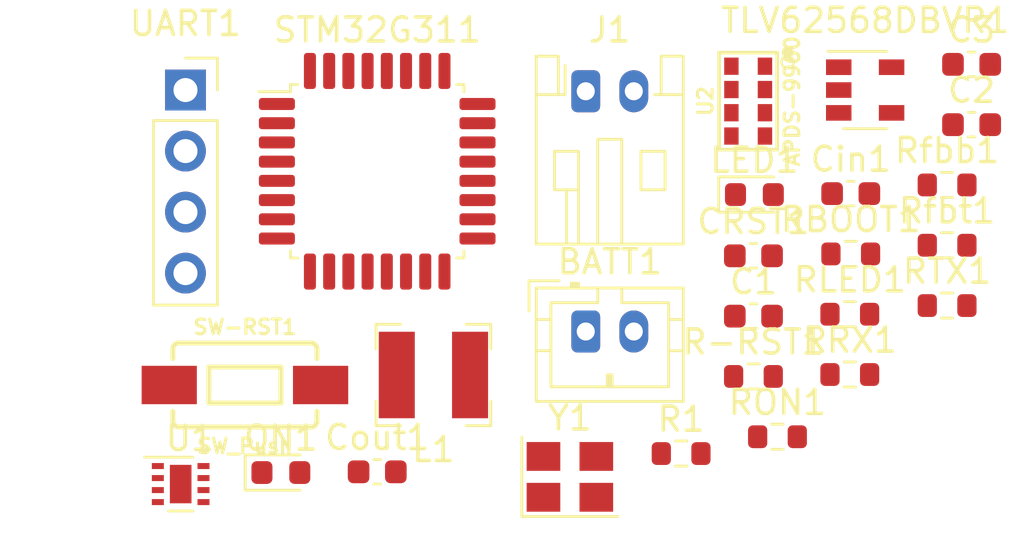
<source format=kicad_pcb>
(kicad_pcb (version 20171130) (host pcbnew "(5.1.9)-1")

  (general
    (thickness 1.6)
    (drawings 0)
    (tracks 0)
    (zones 0)
    (modules 27)
    (nets 46)
  )

  (page A4)
  (layers
    (0 F.Cu signal)
    (31 B.Cu signal)
    (32 B.Adhes user)
    (33 F.Adhes user)
    (34 B.Paste user)
    (35 F.Paste user)
    (36 B.SilkS user)
    (37 F.SilkS user)
    (38 B.Mask user)
    (39 F.Mask user)
    (40 Dwgs.User user)
    (41 Cmts.User user)
    (42 Eco1.User user)
    (43 Eco2.User user)
    (44 Edge.Cuts user)
    (45 Margin user)
    (46 B.CrtYd user)
    (47 F.CrtYd user)
    (48 B.Fab user)
    (49 F.Fab user)
  )

  (setup
    (last_trace_width 0.25)
    (trace_clearance 0.2)
    (zone_clearance 0.508)
    (zone_45_only no)
    (trace_min 0.2)
    (via_size 0.8)
    (via_drill 0.4)
    (via_min_size 0.4)
    (via_min_drill 0.3)
    (uvia_size 0.3)
    (uvia_drill 0.1)
    (uvias_allowed no)
    (uvia_min_size 0.2)
    (uvia_min_drill 0.1)
    (edge_width 0.05)
    (segment_width 0.2)
    (pcb_text_width 0.3)
    (pcb_text_size 1.5 1.5)
    (mod_edge_width 0.12)
    (mod_text_size 1 1)
    (mod_text_width 0.15)
    (pad_size 1.524 1.524)
    (pad_drill 0.762)
    (pad_to_mask_clearance 0.051)
    (solder_mask_min_width 0.25)
    (aux_axis_origin 0 0)
    (visible_elements 7FFFFFFF)
    (pcbplotparams
      (layerselection 0x010fc_ffffffff)
      (usegerberextensions false)
      (usegerberattributes false)
      (usegerberadvancedattributes false)
      (creategerberjobfile false)
      (excludeedgelayer true)
      (linewidth 0.100000)
      (plotframeref false)
      (viasonmask false)
      (mode 1)
      (useauxorigin false)
      (hpglpennumber 1)
      (hpglpenspeed 20)
      (hpglpendiameter 15.000000)
      (psnegative false)
      (psa4output false)
      (plotreference true)
      (plotvalue true)
      (plotinvisibletext false)
      (padsonsilk false)
      (subtractmaskfromsilk false)
      (outputformat 1)
      (mirror false)
      (drillshape 1)
      (scaleselection 1)
      (outputdirectory ""))
  )

  (net 0 "")
  (net 1 +3V8)
  (net 2 GND)
  (net 3 +3V3)
  (net 4 "Net-(C3-Pad1)")
  (net 5 /NRST)
  (net 6 "Net-(J1-Pad2)")
  (net 7 "Net-(J1-Pad1)")
  (net 8 "Net-(L1-Pad1)")
  (net 9 /LED)
  (net 10 "Net-(LED1-Pad1)")
  (net 11 "Net-(ON1-Pad1)")
  (net 12 /PA14-BOOT0)
  (net 13 "Net-(Rfbb1-Pad1)")
  (net 14 /USART1-TX)
  (net 15 "Net-(RRX1-Pad1)")
  (net 16 /USART1-RX)
  (net 17 "Net-(RTX1-Pad1)")
  (net 18 /SCL)
  (net 19 /SDA)
  (net 20 "Net-(STM32G311-Pad3)")
  (net 21 "Net-(STM32G311-Pad2)")
  (net 22 "Net-(STM32G311-Pad30)")
  (net 23 "Net-(STM32G311-Pad29)")
  (net 24 "Net-(STM32G311-Pad28)")
  (net 25 "Net-(STM32G311-Pad27)")
  (net 26 /USART2-RX)
  (net 27 /SWDIO)
  (net 28 "Net-(STM32G311-Pad23)")
  (net 29 "Net-(STM32G311-Pad22)")
  (net 30 "Net-(STM32G311-Pad18)")
  (net 31 "Net-(STM32G311-Pad17)")
  (net 32 "Net-(STM32G311-Pad16)")
  (net 33 "Net-(STM32G311-Pad15)")
  (net 34 "Net-(STM32G311-Pad14)")
  (net 35 "Net-(STM32G311-Pad13)")
  (net 36 "Net-(STM32G311-Pad12)")
  (net 37 "Net-(STM32G311-Pad11)")
  (net 38 "Net-(STM32G311-Pad10)")
  (net 39 "Net-(STM32G311-Pad9)")
  (net 40 "Net-(STM32G311-Pad8)")
  (net 41 "Net-(STM32G311-Pad7)")
  (net 42 /M1)
  (net 43 /M2)
  (net 44 /SLEEP)
  (net 45 /INT)

  (net_class Default "This is the default net class."
    (clearance 0.2)
    (trace_width 0.25)
    (via_dia 0.8)
    (via_drill 0.4)
    (uvia_dia 0.3)
    (uvia_drill 0.1)
    (add_net +3V3)
    (add_net +3V8)
    (add_net /INT)
    (add_net /LED)
    (add_net /M1)
    (add_net /M2)
    (add_net /NRST)
    (add_net /PA14-BOOT0)
    (add_net /SCL)
    (add_net /SDA)
    (add_net /SLEEP)
    (add_net /SWDIO)
    (add_net /USART1-RX)
    (add_net /USART1-TX)
    (add_net /USART2-RX)
    (add_net GND)
    (add_net "Net-(C3-Pad1)")
    (add_net "Net-(J1-Pad1)")
    (add_net "Net-(J1-Pad2)")
    (add_net "Net-(L1-Pad1)")
    (add_net "Net-(LED1-Pad1)")
    (add_net "Net-(ON1-Pad1)")
    (add_net "Net-(RRX1-Pad1)")
    (add_net "Net-(RTX1-Pad1)")
    (add_net "Net-(Rfbb1-Pad1)")
    (add_net "Net-(STM32G311-Pad10)")
    (add_net "Net-(STM32G311-Pad11)")
    (add_net "Net-(STM32G311-Pad12)")
    (add_net "Net-(STM32G311-Pad13)")
    (add_net "Net-(STM32G311-Pad14)")
    (add_net "Net-(STM32G311-Pad15)")
    (add_net "Net-(STM32G311-Pad16)")
    (add_net "Net-(STM32G311-Pad17)")
    (add_net "Net-(STM32G311-Pad18)")
    (add_net "Net-(STM32G311-Pad2)")
    (add_net "Net-(STM32G311-Pad22)")
    (add_net "Net-(STM32G311-Pad23)")
    (add_net "Net-(STM32G311-Pad27)")
    (add_net "Net-(STM32G311-Pad28)")
    (add_net "Net-(STM32G311-Pad29)")
    (add_net "Net-(STM32G311-Pad3)")
    (add_net "Net-(STM32G311-Pad30)")
    (add_net "Net-(STM32G311-Pad7)")
    (add_net "Net-(STM32G311-Pad8)")
    (add_net "Net-(STM32G311-Pad9)")
  )

  (module Crystal:Crystal_SMD_3225-4Pin_3.2x2.5mm (layer F.Cu) (tedit 5A0FD1B2) (tstamp 601427A4)
    (at 126.34 97.49)
    (descr "SMD Crystal SERIES SMD3225/4 http://www.txccrystal.com/images/pdf/7m-accuracy.pdf, 3.2x2.5mm^2 package")
    (tags "SMD SMT crystal")
    (path /5F9EE8E5)
    (attr smd)
    (fp_text reference Y1 (at 0 -2.45) (layer F.SilkS)
      (effects (font (size 1 1) (thickness 0.15)))
    )
    (fp_text value Crystal_GND24 (at 0 2.45) (layer F.Fab)
      (effects (font (size 1 1) (thickness 0.15)))
    )
    (fp_text user %R (at 0 0) (layer F.Fab)
      (effects (font (size 0.7 0.7) (thickness 0.105)))
    )
    (fp_line (start -1.6 -1.25) (end -1.6 1.25) (layer F.Fab) (width 0.1))
    (fp_line (start -1.6 1.25) (end 1.6 1.25) (layer F.Fab) (width 0.1))
    (fp_line (start 1.6 1.25) (end 1.6 -1.25) (layer F.Fab) (width 0.1))
    (fp_line (start 1.6 -1.25) (end -1.6 -1.25) (layer F.Fab) (width 0.1))
    (fp_line (start -1.6 0.25) (end -0.6 1.25) (layer F.Fab) (width 0.1))
    (fp_line (start -2 -1.65) (end -2 1.65) (layer F.SilkS) (width 0.12))
    (fp_line (start -2 1.65) (end 2 1.65) (layer F.SilkS) (width 0.12))
    (fp_line (start -2.1 -1.7) (end -2.1 1.7) (layer F.CrtYd) (width 0.05))
    (fp_line (start -2.1 1.7) (end 2.1 1.7) (layer F.CrtYd) (width 0.05))
    (fp_line (start 2.1 1.7) (end 2.1 -1.7) (layer F.CrtYd) (width 0.05))
    (fp_line (start 2.1 -1.7) (end -2.1 -1.7) (layer F.CrtYd) (width 0.05))
    (pad 4 smd rect (at -1.1 -0.85) (size 1.4 1.2) (layers F.Cu F.Paste F.Mask)
      (net 2 GND))
    (pad 3 smd rect (at 1.1 -0.85) (size 1.4 1.2) (layers F.Cu F.Paste F.Mask)
      (net 20 "Net-(STM32G311-Pad3)"))
    (pad 2 smd rect (at 1.1 0.85) (size 1.4 1.2) (layers F.Cu F.Paste F.Mask)
      (net 2 GND))
    (pad 1 smd rect (at -1.1 0.85) (size 1.4 1.2) (layers F.Cu F.Paste F.Mask)
      (net 21 "Net-(STM32G311-Pad2)"))
    (model ${KISYS3DMOD}/Crystal.3dshapes/Crystal_SMD_3225-4Pin_3.2x2.5mm.wrl
      (at (xyz 0 0 0))
      (scale (xyz 1 1 1))
      (rotate (xyz 0 0 0))
    )
  )

  (module Connector_PinSocket_2.54mm:PinSocket_1x04_P2.54mm_Vertical (layer F.Cu) (tedit 5A19A429) (tstamp 60142790)
    (at 110.34 81.39)
    (descr "Through hole straight socket strip, 1x04, 2.54mm pitch, single row (from Kicad 4.0.7), script generated")
    (tags "Through hole socket strip THT 1x04 2.54mm single row")
    (path /5FA0A849)
    (fp_text reference UART1 (at 0 -2.77) (layer F.SilkS)
      (effects (font (size 1 1) (thickness 0.15)))
    )
    (fp_text value Conn_01x04_Female (at 0 10.39) (layer F.Fab)
      (effects (font (size 1 1) (thickness 0.15)))
    )
    (fp_text user %R (at 0 3.81 90) (layer F.Fab)
      (effects (font (size 1 1) (thickness 0.15)))
    )
    (fp_line (start -1.27 -1.27) (end 0.635 -1.27) (layer F.Fab) (width 0.1))
    (fp_line (start 0.635 -1.27) (end 1.27 -0.635) (layer F.Fab) (width 0.1))
    (fp_line (start 1.27 -0.635) (end 1.27 8.89) (layer F.Fab) (width 0.1))
    (fp_line (start 1.27 8.89) (end -1.27 8.89) (layer F.Fab) (width 0.1))
    (fp_line (start -1.27 8.89) (end -1.27 -1.27) (layer F.Fab) (width 0.1))
    (fp_line (start -1.33 1.27) (end 1.33 1.27) (layer F.SilkS) (width 0.12))
    (fp_line (start -1.33 1.27) (end -1.33 8.95) (layer F.SilkS) (width 0.12))
    (fp_line (start -1.33 8.95) (end 1.33 8.95) (layer F.SilkS) (width 0.12))
    (fp_line (start 1.33 1.27) (end 1.33 8.95) (layer F.SilkS) (width 0.12))
    (fp_line (start 1.33 -1.33) (end 1.33 0) (layer F.SilkS) (width 0.12))
    (fp_line (start 0 -1.33) (end 1.33 -1.33) (layer F.SilkS) (width 0.12))
    (fp_line (start -1.8 -1.8) (end 1.75 -1.8) (layer F.CrtYd) (width 0.05))
    (fp_line (start 1.75 -1.8) (end 1.75 9.4) (layer F.CrtYd) (width 0.05))
    (fp_line (start 1.75 9.4) (end -1.8 9.4) (layer F.CrtYd) (width 0.05))
    (fp_line (start -1.8 9.4) (end -1.8 -1.8) (layer F.CrtYd) (width 0.05))
    (pad 4 thru_hole oval (at 0 7.62) (size 1.7 1.7) (drill 1) (layers *.Cu *.Mask)
      (net 17 "Net-(RTX1-Pad1)"))
    (pad 3 thru_hole oval (at 0 5.08) (size 1.7 1.7) (drill 1) (layers *.Cu *.Mask)
      (net 15 "Net-(RRX1-Pad1)"))
    (pad 2 thru_hole oval (at 0 2.54) (size 1.7 1.7) (drill 1) (layers *.Cu *.Mask)
      (net 2 GND))
    (pad 1 thru_hole rect (at 0 0) (size 1.7 1.7) (drill 1) (layers *.Cu *.Mask)
      (net 3 +3V3))
    (model ${KISYS3DMOD}/Connector_PinSocket_2.54mm.3dshapes/PinSocket_1x04_P2.54mm_Vertical.wrl
      (at (xyz 0 0 0))
      (scale (xyz 1 1 1))
      (rotate (xyz 0 0 0))
    )
  )

  (module Silicon-Custom:APDS-9960 (layer F.Cu) (tedit 5963A1C9) (tstamp 60142778)
    (at 133.76024 81.851)
    (descr "APDS-9960 PROXIMITY, LIGHT, RGB, GESTURE SENSOR")
    (tags "APDS-9960 PROXIMITY, LIGHT, RGB, GESTURE SENSOR")
    (path /5FA41C6A)
    (attr smd)
    (fp_text reference U2 (at -1.778 0 90) (layer F.SilkS)
      (effects (font (size 0.6096 0.6096) (thickness 0.127)))
    )
    (fp_text value APDS-9960 (at 1.8288 0 90) (layer F.SilkS)
      (effects (font (size 0.6096 0.6096) (thickness 0.127)))
    )
    (fp_circle (center 1.651 -2.032) (end 1.778 -2.032) (layer F.SilkS) (width 0.254))
    (fp_line (start 1.17856 -1.9685) (end 1.17856 0.81788) (layer Dwgs.User) (width 0.127))
    (fp_line (start 1.17856 0.81788) (end 1.17856 1.9685) (layer Dwgs.User) (width 0.127))
    (fp_line (start -1.17856 -1.9685) (end -1.17856 0.81788) (layer Dwgs.User) (width 0.127))
    (fp_line (start -1.17856 0.81788) (end -1.17856 1.9685) (layer Dwgs.User) (width 0.127))
    (fp_line (start -1.17856 -1.9685) (end 1.17856 -1.9685) (layer Dwgs.User) (width 0.127))
    (fp_line (start -1.17856 1.9685) (end 1.17856 1.9685) (layer Dwgs.User) (width 0.127))
    (fp_line (start -1.17856 0.81788) (end 1.17856 0.81788) (layer Dwgs.User) (width 0.127))
    (fp_line (start -1.20904 -2.0193) (end 1.20904 -2.0193) (layer F.SilkS) (width 0.1524))
    (fp_line (start -1.20904 2.0193) (end 1.20904 2.0193) (layer F.SilkS) (width 0.1524))
    (fp_line (start -1.20904 -2.0193) (end -1.20904 2.0193) (layer F.SilkS) (width 0.1524))
    (fp_line (start 1.20904 -2.0193) (end 1.20904 2.0193) (layer F.SilkS) (width 0.1524))
    (fp_circle (center 0 -1.27) (end 0 -1.81864) (layer Dwgs.User) (width 0.127))
    (fp_circle (center 0 1.42748) (end 0 0.9779) (layer Dwgs.User) (width 0.127))
    (fp_circle (center 1.64338 -1.62052) (end 1.64338 -1.87452) (layer F.SilkS) (width 0.1))
    (pad 8 smd rect (at -0.6985 -1.45288) (size 0.59944 0.71882) (layers F.Cu F.Paste F.Mask)
      (net 4 "Net-(C3-Pad1)") (solder_mask_margin 0.1016))
    (pad 7 smd rect (at -0.6985 -0.4826) (size 0.59944 0.71882) (layers F.Cu F.Paste F.Mask)
      (net 18 /SCL) (solder_mask_margin 0.1016))
    (pad 6 smd rect (at -0.6985 0.4826) (size 0.59944 0.71882) (layers F.Cu F.Paste F.Mask)
      (net 2 GND) (solder_mask_margin 0.1016))
    (pad 5 smd rect (at -0.6985 1.45288) (size 0.59944 0.71882) (layers F.Cu F.Paste F.Mask)
      (net 3 +3V3) (solder_mask_margin 0.1016))
    (pad 4 smd rect (at 0.6985 1.45288) (size 0.59944 0.71882) (layers F.Cu F.Paste F.Mask)
      (net 3 +3V3) (solder_mask_margin 0.1016))
    (pad 3 smd rect (at 0.6985 0.4826) (size 0.59944 0.71882) (layers F.Cu F.Paste F.Mask)
      (net 3 +3V3) (solder_mask_margin 0.1016))
    (pad 2 smd rect (at 0.6985 -0.4826) (size 0.59944 0.71882) (layers F.Cu F.Paste F.Mask)
      (net 45 /INT) (solder_mask_margin 0.1016))
    (pad 1 smd rect (at 0.6985 -1.45288) (size 0.59944 0.71882) (layers F.Cu F.Paste F.Mask)
      (net 19 /SDA) (solder_mask_margin 0.1016))
  )

  (module Package_SON:WSON-8-1EP_2x2mm_P0.5mm_EP0.9x1.6mm (layer F.Cu) (tedit 5A65F6A7) (tstamp 6014275D)
    (at 110.14 97.79)
    (descr "8-Lead Plastic WSON, 2x2mm Body, 0.5mm Pitch, WSON-8, http://www.ti.com/lit/ds/symlink/lm27761.pdf")
    (tags "WSON 8 1EP")
    (path /5FA92C33)
    (attr smd)
    (fp_text reference U1 (at 0.38 -1.9) (layer F.SilkS)
      (effects (font (size 1 1) (thickness 0.15)))
    )
    (fp_text value DRV8837C (at 0.01 2.14) (layer F.Fab)
      (effects (font (size 1 1) (thickness 0.15)))
    )
    (fp_text user %R (at 0 0) (layer F.Fab)
      (effects (font (size 0.7 0.7) (thickness 0.1)))
    )
    (fp_line (start -0.5 -1) (end -1 -0.5) (layer F.Fab) (width 0.1))
    (fp_line (start -1 1) (end -1 -0.5) (layer F.Fab) (width 0.1))
    (fp_line (start 1 1) (end -1 1) (layer F.Fab) (width 0.1))
    (fp_line (start 1 -1) (end 1 1) (layer F.Fab) (width 0.1))
    (fp_line (start -0.5 -1) (end 1 -1) (layer F.Fab) (width 0.1))
    (fp_line (start -1.6 -1.25) (end -1.6 1.25) (layer F.CrtYd) (width 0.05))
    (fp_line (start 1.6 -1.25) (end 1.6 1.25) (layer F.CrtYd) (width 0.05))
    (fp_line (start -1.6 -1.25) (end 1.6 -1.25) (layer F.CrtYd) (width 0.05))
    (fp_line (start -1.6 1.25) (end 1.6 1.25) (layer F.CrtYd) (width 0.05))
    (fp_line (start 0.5 1.12) (end -0.5 1.12) (layer F.SilkS) (width 0.12))
    (fp_line (start -1.5 -1.12) (end 0.5 -1.12) (layer F.SilkS) (width 0.12))
    (pad "" smd rect (at 0 -0.4) (size 0.75 0.65) (layers F.Paste))
    (pad "" smd rect (at 0 0.4) (size 0.75 0.65) (layers F.Paste))
    (pad 6 smd rect (at 0.95 0.25) (size 0.5 0.25) (layers F.Cu F.Paste F.Mask)
      (net 42 /M1))
    (pad 5 smd rect (at 0.95 0.75) (size 0.5 0.25) (layers F.Cu F.Paste F.Mask)
      (net 43 /M2))
    (pad 4 smd rect (at -0.95 0.75) (size 0.5 0.25) (layers F.Cu F.Paste F.Mask)
      (net 2 GND))
    (pad 2 smd rect (at -0.95 -0.25) (size 0.5 0.25) (layers F.Cu F.Paste F.Mask)
      (net 6 "Net-(J1-Pad2)"))
    (pad 1 smd rect (at -0.95 -0.75) (size 0.5 0.25) (layers F.Cu F.Paste F.Mask)
      (net 1 +3V8))
    (pad 9 smd rect (at 0 0) (size 0.9 1.6) (layers F.Cu F.Mask)
      (net 2 GND))
    (pad 8 smd rect (at 0.95 -0.75) (size 0.5 0.25) (layers F.Cu F.Paste F.Mask)
      (net 3 +3V3))
    (pad 7 smd rect (at 0.95 -0.25) (size 0.5 0.25) (layers F.Cu F.Paste F.Mask)
      (net 44 /SLEEP))
    (pad 3 smd rect (at -0.95 0.25) (size 0.5 0.25) (layers F.Cu F.Paste F.Mask)
      (net 7 "Net-(J1-Pad1)"))
    (model ${KISYS3DMOD}/Package_SON.3dshapes/WSON-8-1EP_2x2mm_P0.5mm_EP0.9x1.6mm.wrl
      (at (xyz 0 0 0))
      (scale (xyz 1 1 1))
      (rotate (xyz 0 0 0))
    )
  )

  (module Package_TO_SOT_SMD:SOT-23-5 (layer F.Cu) (tedit 5A02FF57) (tstamp 60142742)
    (at 138.63 81.39)
    (descr "5-pin SOT23 package")
    (tags SOT-23-5)
    (path /5F9D1940)
    (attr smd)
    (fp_text reference TLV62568DBVR1 (at 0 -2.9) (layer F.SilkS)
      (effects (font (size 1 1) (thickness 0.15)))
    )
    (fp_text value TLV62568DBV (at 0 2.9) (layer F.Fab)
      (effects (font (size 1 1) (thickness 0.15)))
    )
    (fp_text user %R (at 0 0 90) (layer F.Fab)
      (effects (font (size 0.5 0.5) (thickness 0.075)))
    )
    (fp_line (start -0.9 1.61) (end 0.9 1.61) (layer F.SilkS) (width 0.12))
    (fp_line (start 0.9 -1.61) (end -1.55 -1.61) (layer F.SilkS) (width 0.12))
    (fp_line (start -1.9 -1.8) (end 1.9 -1.8) (layer F.CrtYd) (width 0.05))
    (fp_line (start 1.9 -1.8) (end 1.9 1.8) (layer F.CrtYd) (width 0.05))
    (fp_line (start 1.9 1.8) (end -1.9 1.8) (layer F.CrtYd) (width 0.05))
    (fp_line (start -1.9 1.8) (end -1.9 -1.8) (layer F.CrtYd) (width 0.05))
    (fp_line (start -0.9 -0.9) (end -0.25 -1.55) (layer F.Fab) (width 0.1))
    (fp_line (start 0.9 -1.55) (end -0.25 -1.55) (layer F.Fab) (width 0.1))
    (fp_line (start -0.9 -0.9) (end -0.9 1.55) (layer F.Fab) (width 0.1))
    (fp_line (start 0.9 1.55) (end -0.9 1.55) (layer F.Fab) (width 0.1))
    (fp_line (start 0.9 -1.55) (end 0.9 1.55) (layer F.Fab) (width 0.1))
    (pad 5 smd rect (at 1.1 -0.95) (size 1.06 0.65) (layers F.Cu F.Paste F.Mask)
      (net 13 "Net-(Rfbb1-Pad1)"))
    (pad 4 smd rect (at 1.1 0.95) (size 1.06 0.65) (layers F.Cu F.Paste F.Mask)
      (net 1 +3V8))
    (pad 3 smd rect (at -1.1 0.95) (size 1.06 0.65) (layers F.Cu F.Paste F.Mask)
      (net 8 "Net-(L1-Pad1)"))
    (pad 2 smd rect (at -1.1 0) (size 1.06 0.65) (layers F.Cu F.Paste F.Mask)
      (net 2 GND))
    (pad 1 smd rect (at -1.1 -0.95) (size 1.06 0.65) (layers F.Cu F.Paste F.Mask)
      (net 1 +3V8))
    (model ${KISYS3DMOD}/Package_TO_SOT_SMD.3dshapes/SOT-23-5.wrl
      (at (xyz 0 0 0))
      (scale (xyz 1 1 1))
      (rotate (xyz 0 0 0))
    )
  )

  (module Switches:TACTILE_SWITCH_SMD_6.0X3.5MM (layer F.Cu) (tedit 200000) (tstamp 6014272D)
    (at 112.813949 93.66666)
    (descr "MOMENTARY SWITCH (PUSHBUTTON) - SPST - SMD, 6.0 X 3.5 MM")
    (tags "MOMENTARY SWITCH (PUSHBUTTON) - SPST - SMD, 6.0 X 3.5 MM")
    (path /5F9E2CBE)
    (attr smd)
    (fp_text reference SW-RST1 (at 0 -2.413) (layer F.SilkS)
      (effects (font (size 0.6096 0.6096) (thickness 0.127)))
    )
    (fp_text value SW_Push (at 0 2.54) (layer F.SilkS)
      (effects (font (size 0.6096 0.6096) (thickness 0.127)))
    )
    (fp_arc (start -2.74828 1.4986) (end -2.74828 1.74752) (angle 90) (layer F.SilkS) (width 0.2032))
    (fp_arc (start 2.74828 1.4986) (end 2.99974 1.4986) (angle 90) (layer F.SilkS) (width 0.2032))
    (fp_arc (start 2.74828 -1.4986) (end 2.74828 -1.74752) (angle 90) (layer F.SilkS) (width 0.2032))
    (fp_arc (start -2.74828 -1.4986) (end -2.99974 -1.4986) (angle 90) (layer F.SilkS) (width 0.2032))
    (fp_line (start -2.99974 -1.09982) (end -2.99974 1.09982) (layer Dwgs.User) (width 0.127))
    (fp_line (start 2.99974 -1.09982) (end 2.99974 1.09982) (layer Dwgs.User) (width 0.127))
    (fp_line (start -2.74828 -1.74752) (end 2.74828 -1.74752) (layer F.SilkS) (width 0.2032))
    (fp_line (start 2.74828 1.74752) (end -2.74828 1.74752) (layer F.SilkS) (width 0.2032))
    (fp_line (start -2.99974 1.4986) (end -2.99974 1.09982) (layer F.SilkS) (width 0.2032))
    (fp_line (start -2.99974 -1.09982) (end -2.99974 -1.4986) (layer F.SilkS) (width 0.2032))
    (fp_line (start 2.99974 -1.09982) (end 2.99974 -1.4986) (layer F.SilkS) (width 0.2032))
    (fp_line (start 2.99974 1.4986) (end 2.99974 1.09982) (layer F.SilkS) (width 0.2032))
    (fp_line (start -1.4986 -0.7493) (end 1.4986 -0.7493) (layer F.SilkS) (width 0.2032))
    (fp_line (start 1.4986 0.7493) (end -1.4986 0.7493) (layer F.SilkS) (width 0.2032))
    (fp_line (start -1.4986 0.7493) (end -1.4986 -0.7493) (layer F.SilkS) (width 0.2032))
    (fp_line (start 1.4986 0.7493) (end 1.4986 -0.7493) (layer F.SilkS) (width 0.2032))
    (fp_line (start -1.99898 0) (end -0.99822 0) (layer Dwgs.User) (width 0.127))
    (fp_line (start -0.99822 0) (end 0.09906 -0.49784) (layer Dwgs.User) (width 0.127))
    (fp_line (start 0.29972 0) (end 1.99898 0) (layer Dwgs.User) (width 0.127))
    (pad 2 smd rect (at 3.1496 0 180) (size 2.2987 1.59766) (layers F.Cu F.Paste F.Mask)
      (net 2 GND) (solder_mask_margin 0.1016))
    (pad 1 smd rect (at -3.1496 0 180) (size 2.2987 1.59766) (layers F.Cu F.Paste F.Mask)
      (net 5 /NRST) (solder_mask_margin 0.1016))
  )

  (module Package_QFP:LQFP-32_7x7mm_P0.8mm (layer F.Cu) (tedit 5D9F72AF) (tstamp 60142714)
    (at 118.32 84.77)
    (descr "LQFP, 32 Pin (https://www.nxp.com/docs/en/package-information/SOT358-1.pdf), generated with kicad-footprint-generator ipc_gullwing_generator.py")
    (tags "LQFP QFP")
    (path /5F9E49FA)
    (attr smd)
    (fp_text reference STM32G311 (at 0 -5.88) (layer F.SilkS)
      (effects (font (size 1 1) (thickness 0.15)))
    )
    (fp_text value STM32G031K8T6 (at 0 5.88) (layer F.Fab)
      (effects (font (size 1 1) (thickness 0.15)))
    )
    (fp_text user %R (at 0 0) (layer F.Fab)
      (effects (font (size 1 1) (thickness 0.15)))
    )
    (fp_line (start 3.31 3.61) (end 3.61 3.61) (layer F.SilkS) (width 0.12))
    (fp_line (start 3.61 3.61) (end 3.61 3.31) (layer F.SilkS) (width 0.12))
    (fp_line (start -3.31 3.61) (end -3.61 3.61) (layer F.SilkS) (width 0.12))
    (fp_line (start -3.61 3.61) (end -3.61 3.31) (layer F.SilkS) (width 0.12))
    (fp_line (start 3.31 -3.61) (end 3.61 -3.61) (layer F.SilkS) (width 0.12))
    (fp_line (start 3.61 -3.61) (end 3.61 -3.31) (layer F.SilkS) (width 0.12))
    (fp_line (start -3.31 -3.61) (end -3.61 -3.61) (layer F.SilkS) (width 0.12))
    (fp_line (start -3.61 -3.61) (end -3.61 -3.31) (layer F.SilkS) (width 0.12))
    (fp_line (start -3.61 -3.31) (end -4.925 -3.31) (layer F.SilkS) (width 0.12))
    (fp_line (start -2.5 -3.5) (end 3.5 -3.5) (layer F.Fab) (width 0.1))
    (fp_line (start 3.5 -3.5) (end 3.5 3.5) (layer F.Fab) (width 0.1))
    (fp_line (start 3.5 3.5) (end -3.5 3.5) (layer F.Fab) (width 0.1))
    (fp_line (start -3.5 3.5) (end -3.5 -2.5) (layer F.Fab) (width 0.1))
    (fp_line (start -3.5 -2.5) (end -2.5 -3.5) (layer F.Fab) (width 0.1))
    (fp_line (start 0 -5.18) (end -3.3 -5.18) (layer F.CrtYd) (width 0.05))
    (fp_line (start -3.3 -5.18) (end -3.3 -3.75) (layer F.CrtYd) (width 0.05))
    (fp_line (start -3.3 -3.75) (end -3.75 -3.75) (layer F.CrtYd) (width 0.05))
    (fp_line (start -3.75 -3.75) (end -3.75 -3.3) (layer F.CrtYd) (width 0.05))
    (fp_line (start -3.75 -3.3) (end -5.18 -3.3) (layer F.CrtYd) (width 0.05))
    (fp_line (start -5.18 -3.3) (end -5.18 0) (layer F.CrtYd) (width 0.05))
    (fp_line (start 0 -5.18) (end 3.3 -5.18) (layer F.CrtYd) (width 0.05))
    (fp_line (start 3.3 -5.18) (end 3.3 -3.75) (layer F.CrtYd) (width 0.05))
    (fp_line (start 3.3 -3.75) (end 3.75 -3.75) (layer F.CrtYd) (width 0.05))
    (fp_line (start 3.75 -3.75) (end 3.75 -3.3) (layer F.CrtYd) (width 0.05))
    (fp_line (start 3.75 -3.3) (end 5.18 -3.3) (layer F.CrtYd) (width 0.05))
    (fp_line (start 5.18 -3.3) (end 5.18 0) (layer F.CrtYd) (width 0.05))
    (fp_line (start 0 5.18) (end -3.3 5.18) (layer F.CrtYd) (width 0.05))
    (fp_line (start -3.3 5.18) (end -3.3 3.75) (layer F.CrtYd) (width 0.05))
    (fp_line (start -3.3 3.75) (end -3.75 3.75) (layer F.CrtYd) (width 0.05))
    (fp_line (start -3.75 3.75) (end -3.75 3.3) (layer F.CrtYd) (width 0.05))
    (fp_line (start -3.75 3.3) (end -5.18 3.3) (layer F.CrtYd) (width 0.05))
    (fp_line (start -5.18 3.3) (end -5.18 0) (layer F.CrtYd) (width 0.05))
    (fp_line (start 0 5.18) (end 3.3 5.18) (layer F.CrtYd) (width 0.05))
    (fp_line (start 3.3 5.18) (end 3.3 3.75) (layer F.CrtYd) (width 0.05))
    (fp_line (start 3.3 3.75) (end 3.75 3.75) (layer F.CrtYd) (width 0.05))
    (fp_line (start 3.75 3.75) (end 3.75 3.3) (layer F.CrtYd) (width 0.05))
    (fp_line (start 3.75 3.3) (end 5.18 3.3) (layer F.CrtYd) (width 0.05))
    (fp_line (start 5.18 3.3) (end 5.18 0) (layer F.CrtYd) (width 0.05))
    (pad 32 smd roundrect (at -2.8 -4.175) (size 0.5 1.5) (layers F.Cu F.Paste F.Mask) (roundrect_rratio 0.25)
      (net 18 /SCL))
    (pad 31 smd roundrect (at -2 -4.175) (size 0.5 1.5) (layers F.Cu F.Paste F.Mask) (roundrect_rratio 0.25)
      (net 19 /SDA))
    (pad 30 smd roundrect (at -1.2 -4.175) (size 0.5 1.5) (layers F.Cu F.Paste F.Mask) (roundrect_rratio 0.25)
      (net 22 "Net-(STM32G311-Pad30)"))
    (pad 29 smd roundrect (at -0.4 -4.175) (size 0.5 1.5) (layers F.Cu F.Paste F.Mask) (roundrect_rratio 0.25)
      (net 23 "Net-(STM32G311-Pad29)"))
    (pad 28 smd roundrect (at 0.4 -4.175) (size 0.5 1.5) (layers F.Cu F.Paste F.Mask) (roundrect_rratio 0.25)
      (net 24 "Net-(STM32G311-Pad28)"))
    (pad 27 smd roundrect (at 1.2 -4.175) (size 0.5 1.5) (layers F.Cu F.Paste F.Mask) (roundrect_rratio 0.25)
      (net 25 "Net-(STM32G311-Pad27)"))
    (pad 26 smd roundrect (at 2 -4.175) (size 0.5 1.5) (layers F.Cu F.Paste F.Mask) (roundrect_rratio 0.25)
      (net 26 /USART2-RX))
    (pad 25 smd roundrect (at 2.8 -4.175) (size 0.5 1.5) (layers F.Cu F.Paste F.Mask) (roundrect_rratio 0.25)
      (net 12 /PA14-BOOT0))
    (pad 24 smd roundrect (at 4.175 -2.8) (size 1.5 0.5) (layers F.Cu F.Paste F.Mask) (roundrect_rratio 0.25)
      (net 27 /SWDIO))
    (pad 23 smd roundrect (at 4.175 -2) (size 1.5 0.5) (layers F.Cu F.Paste F.Mask) (roundrect_rratio 0.25)
      (net 28 "Net-(STM32G311-Pad23)"))
    (pad 22 smd roundrect (at 4.175 -1.2) (size 1.5 0.5) (layers F.Cu F.Paste F.Mask) (roundrect_rratio 0.25)
      (net 29 "Net-(STM32G311-Pad22)"))
    (pad 21 smd roundrect (at 4.175 -0.4) (size 1.5 0.5) (layers F.Cu F.Paste F.Mask) (roundrect_rratio 0.25)
      (net 16 /USART1-RX))
    (pad 20 smd roundrect (at 4.175 0.4) (size 1.5 0.5) (layers F.Cu F.Paste F.Mask) (roundrect_rratio 0.25))
    (pad 19 smd roundrect (at 4.175 1.2) (size 1.5 0.5) (layers F.Cu F.Paste F.Mask) (roundrect_rratio 0.25)
      (net 14 /USART1-TX))
    (pad 18 smd roundrect (at 4.175 2) (size 1.5 0.5) (layers F.Cu F.Paste F.Mask) (roundrect_rratio 0.25)
      (net 30 "Net-(STM32G311-Pad18)"))
    (pad 17 smd roundrect (at 4.175 2.8) (size 1.5 0.5) (layers F.Cu F.Paste F.Mask) (roundrect_rratio 0.25)
      (net 31 "Net-(STM32G311-Pad17)"))
    (pad 16 smd roundrect (at 2.8 4.175) (size 0.5 1.5) (layers F.Cu F.Paste F.Mask) (roundrect_rratio 0.25)
      (net 32 "Net-(STM32G311-Pad16)"))
    (pad 15 smd roundrect (at 2 4.175) (size 0.5 1.5) (layers F.Cu F.Paste F.Mask) (roundrect_rratio 0.25)
      (net 33 "Net-(STM32G311-Pad15)"))
    (pad 14 smd roundrect (at 1.2 4.175) (size 0.5 1.5) (layers F.Cu F.Paste F.Mask) (roundrect_rratio 0.25)
      (net 34 "Net-(STM32G311-Pad14)"))
    (pad 13 smd roundrect (at 0.4 4.175) (size 0.5 1.5) (layers F.Cu F.Paste F.Mask) (roundrect_rratio 0.25)
      (net 35 "Net-(STM32G311-Pad13)"))
    (pad 12 smd roundrect (at -0.4 4.175) (size 0.5 1.5) (layers F.Cu F.Paste F.Mask) (roundrect_rratio 0.25)
      (net 36 "Net-(STM32G311-Pad12)"))
    (pad 11 smd roundrect (at -1.2 4.175) (size 0.5 1.5) (layers F.Cu F.Paste F.Mask) (roundrect_rratio 0.25)
      (net 37 "Net-(STM32G311-Pad11)"))
    (pad 10 smd roundrect (at -2 4.175) (size 0.5 1.5) (layers F.Cu F.Paste F.Mask) (roundrect_rratio 0.25)
      (net 38 "Net-(STM32G311-Pad10)"))
    (pad 9 smd roundrect (at -2.8 4.175) (size 0.5 1.5) (layers F.Cu F.Paste F.Mask) (roundrect_rratio 0.25)
      (net 39 "Net-(STM32G311-Pad9)"))
    (pad 8 smd roundrect (at -4.175 2.8) (size 1.5 0.5) (layers F.Cu F.Paste F.Mask) (roundrect_rratio 0.25)
      (net 40 "Net-(STM32G311-Pad8)"))
    (pad 7 smd roundrect (at -4.175 2) (size 1.5 0.5) (layers F.Cu F.Paste F.Mask) (roundrect_rratio 0.25)
      (net 41 "Net-(STM32G311-Pad7)"))
    (pad 6 smd roundrect (at -4.175 1.2) (size 1.5 0.5) (layers F.Cu F.Paste F.Mask) (roundrect_rratio 0.25)
      (net 5 /NRST))
    (pad 5 smd roundrect (at -4.175 0.4) (size 1.5 0.5) (layers F.Cu F.Paste F.Mask) (roundrect_rratio 0.25)
      (net 2 GND))
    (pad 4 smd roundrect (at -4.175 -0.4) (size 1.5 0.5) (layers F.Cu F.Paste F.Mask) (roundrect_rratio 0.25)
      (net 3 +3V3))
    (pad 3 smd roundrect (at -4.175 -1.2) (size 1.5 0.5) (layers F.Cu F.Paste F.Mask) (roundrect_rratio 0.25)
      (net 20 "Net-(STM32G311-Pad3)"))
    (pad 2 smd roundrect (at -4.175 -2) (size 1.5 0.5) (layers F.Cu F.Paste F.Mask) (roundrect_rratio 0.25)
      (net 21 "Net-(STM32G311-Pad2)"))
    (pad 1 smd roundrect (at -4.175 -2.8) (size 1.5 0.5) (layers F.Cu F.Paste F.Mask) (roundrect_rratio 0.25)
      (net 9 /LED))
    (model ${KISYS3DMOD}/Package_QFP.3dshapes/LQFP-32_7x7mm_P0.8mm.wrl
      (at (xyz 0 0 0))
      (scale (xyz 1 1 1))
      (rotate (xyz 0 0 0))
    )
  )

  (module Resistor_SMD:R_0603_1608Metric (layer F.Cu) (tedit 5F68FEEE) (tstamp 601426C9)
    (at 142.04 90.36)
    (descr "Resistor SMD 0603 (1608 Metric), square (rectangular) end terminal, IPC_7351 nominal, (Body size source: IPC-SM-782 page 72, https://www.pcb-3d.com/wordpress/wp-content/uploads/ipc-sm-782a_amendment_1_and_2.pdf), generated with kicad-footprint-generator")
    (tags resistor)
    (path /5FA13CBB)
    (attr smd)
    (fp_text reference RTX1 (at 0 -1.43) (layer F.SilkS)
      (effects (font (size 1 1) (thickness 0.15)))
    )
    (fp_text value 22R (at 0 1.43) (layer F.Fab)
      (effects (font (size 1 1) (thickness 0.15)))
    )
    (fp_text user %R (at 0 0) (layer F.Fab)
      (effects (font (size 0.4 0.4) (thickness 0.06)))
    )
    (fp_line (start -0.8 0.4125) (end -0.8 -0.4125) (layer F.Fab) (width 0.1))
    (fp_line (start -0.8 -0.4125) (end 0.8 -0.4125) (layer F.Fab) (width 0.1))
    (fp_line (start 0.8 -0.4125) (end 0.8 0.4125) (layer F.Fab) (width 0.1))
    (fp_line (start 0.8 0.4125) (end -0.8 0.4125) (layer F.Fab) (width 0.1))
    (fp_line (start -0.237258 -0.5225) (end 0.237258 -0.5225) (layer F.SilkS) (width 0.12))
    (fp_line (start -0.237258 0.5225) (end 0.237258 0.5225) (layer F.SilkS) (width 0.12))
    (fp_line (start -1.48 0.73) (end -1.48 -0.73) (layer F.CrtYd) (width 0.05))
    (fp_line (start -1.48 -0.73) (end 1.48 -0.73) (layer F.CrtYd) (width 0.05))
    (fp_line (start 1.48 -0.73) (end 1.48 0.73) (layer F.CrtYd) (width 0.05))
    (fp_line (start 1.48 0.73) (end -1.48 0.73) (layer F.CrtYd) (width 0.05))
    (pad 2 smd roundrect (at 0.825 0) (size 0.8 0.95) (layers F.Cu F.Paste F.Mask) (roundrect_rratio 0.25)
      (net 16 /USART1-RX))
    (pad 1 smd roundrect (at -0.825 0) (size 0.8 0.95) (layers F.Cu F.Paste F.Mask) (roundrect_rratio 0.25)
      (net 17 "Net-(RTX1-Pad1)"))
    (model ${KISYS3DMOD}/Resistor_SMD.3dshapes/R_0603_1608Metric.wrl
      (at (xyz 0 0 0))
      (scale (xyz 1 1 1))
      (rotate (xyz 0 0 0))
    )
  )

  (module Resistor_SMD:R_0603_1608Metric (layer F.Cu) (tedit 5F68FEEE) (tstamp 601426B8)
    (at 137.99 93.23)
    (descr "Resistor SMD 0603 (1608 Metric), square (rectangular) end terminal, IPC_7351 nominal, (Body size source: IPC-SM-782 page 72, https://www.pcb-3d.com/wordpress/wp-content/uploads/ipc-sm-782a_amendment_1_and_2.pdf), generated with kicad-footprint-generator")
    (tags resistor)
    (path /5FA20772)
    (attr smd)
    (fp_text reference RRX1 (at 0 -1.43) (layer F.SilkS)
      (effects (font (size 1 1) (thickness 0.15)))
    )
    (fp_text value 22R (at 0 1.43) (layer F.Fab)
      (effects (font (size 1 1) (thickness 0.15)))
    )
    (fp_text user %R (at 0 0) (layer F.Fab)
      (effects (font (size 0.4 0.4) (thickness 0.06)))
    )
    (fp_line (start -0.8 0.4125) (end -0.8 -0.4125) (layer F.Fab) (width 0.1))
    (fp_line (start -0.8 -0.4125) (end 0.8 -0.4125) (layer F.Fab) (width 0.1))
    (fp_line (start 0.8 -0.4125) (end 0.8 0.4125) (layer F.Fab) (width 0.1))
    (fp_line (start 0.8 0.4125) (end -0.8 0.4125) (layer F.Fab) (width 0.1))
    (fp_line (start -0.237258 -0.5225) (end 0.237258 -0.5225) (layer F.SilkS) (width 0.12))
    (fp_line (start -0.237258 0.5225) (end 0.237258 0.5225) (layer F.SilkS) (width 0.12))
    (fp_line (start -1.48 0.73) (end -1.48 -0.73) (layer F.CrtYd) (width 0.05))
    (fp_line (start -1.48 -0.73) (end 1.48 -0.73) (layer F.CrtYd) (width 0.05))
    (fp_line (start 1.48 -0.73) (end 1.48 0.73) (layer F.CrtYd) (width 0.05))
    (fp_line (start 1.48 0.73) (end -1.48 0.73) (layer F.CrtYd) (width 0.05))
    (pad 2 smd roundrect (at 0.825 0) (size 0.8 0.95) (layers F.Cu F.Paste F.Mask) (roundrect_rratio 0.25)
      (net 14 /USART1-TX))
    (pad 1 smd roundrect (at -0.825 0) (size 0.8 0.95) (layers F.Cu F.Paste F.Mask) (roundrect_rratio 0.25)
      (net 15 "Net-(RRX1-Pad1)"))
    (model ${KISYS3DMOD}/Resistor_SMD.3dshapes/R_0603_1608Metric.wrl
      (at (xyz 0 0 0))
      (scale (xyz 1 1 1))
      (rotate (xyz 0 0 0))
    )
  )

  (module Resistor_SMD:R_0603_1608Metric (layer F.Cu) (tedit 5F68FEEE) (tstamp 601426A7)
    (at 134.98 95.82)
    (descr "Resistor SMD 0603 (1608 Metric), square (rectangular) end terminal, IPC_7351 nominal, (Body size source: IPC-SM-782 page 72, https://www.pcb-3d.com/wordpress/wp-content/uploads/ipc-sm-782a_amendment_1_and_2.pdf), generated with kicad-footprint-generator")
    (tags resistor)
    (path /5F9F68C4)
    (attr smd)
    (fp_text reference RON1 (at 0 -1.43) (layer F.SilkS)
      (effects (font (size 1 1) (thickness 0.15)))
    )
    (fp_text value 1k (at 0 1.43) (layer F.Fab)
      (effects (font (size 1 1) (thickness 0.15)))
    )
    (fp_text user %R (at 0 0) (layer F.Fab)
      (effects (font (size 0.4 0.4) (thickness 0.06)))
    )
    (fp_line (start -0.8 0.4125) (end -0.8 -0.4125) (layer F.Fab) (width 0.1))
    (fp_line (start -0.8 -0.4125) (end 0.8 -0.4125) (layer F.Fab) (width 0.1))
    (fp_line (start 0.8 -0.4125) (end 0.8 0.4125) (layer F.Fab) (width 0.1))
    (fp_line (start 0.8 0.4125) (end -0.8 0.4125) (layer F.Fab) (width 0.1))
    (fp_line (start -0.237258 -0.5225) (end 0.237258 -0.5225) (layer F.SilkS) (width 0.12))
    (fp_line (start -0.237258 0.5225) (end 0.237258 0.5225) (layer F.SilkS) (width 0.12))
    (fp_line (start -1.48 0.73) (end -1.48 -0.73) (layer F.CrtYd) (width 0.05))
    (fp_line (start -1.48 -0.73) (end 1.48 -0.73) (layer F.CrtYd) (width 0.05))
    (fp_line (start 1.48 -0.73) (end 1.48 0.73) (layer F.CrtYd) (width 0.05))
    (fp_line (start 1.48 0.73) (end -1.48 0.73) (layer F.CrtYd) (width 0.05))
    (pad 2 smd roundrect (at 0.825 0) (size 0.8 0.95) (layers F.Cu F.Paste F.Mask) (roundrect_rratio 0.25)
      (net 2 GND))
    (pad 1 smd roundrect (at -0.825 0) (size 0.8 0.95) (layers F.Cu F.Paste F.Mask) (roundrect_rratio 0.25)
      (net 11 "Net-(ON1-Pad1)"))
    (model ${KISYS3DMOD}/Resistor_SMD.3dshapes/R_0603_1608Metric.wrl
      (at (xyz 0 0 0))
      (scale (xyz 1 1 1))
      (rotate (xyz 0 0 0))
    )
  )

  (module Resistor_SMD:R_0603_1608Metric (layer F.Cu) (tedit 5F68FEEE) (tstamp 60142696)
    (at 137.99 90.72)
    (descr "Resistor SMD 0603 (1608 Metric), square (rectangular) end terminal, IPC_7351 nominal, (Body size source: IPC-SM-782 page 72, https://www.pcb-3d.com/wordpress/wp-content/uploads/ipc-sm-782a_amendment_1_and_2.pdf), generated with kicad-footprint-generator")
    (tags resistor)
    (path /5F9FD931)
    (attr smd)
    (fp_text reference RLED1 (at 0 -1.43) (layer F.SilkS)
      (effects (font (size 1 1) (thickness 0.15)))
    )
    (fp_text value 1k (at 0 1.43) (layer F.Fab)
      (effects (font (size 1 1) (thickness 0.15)))
    )
    (fp_text user %R (at 0 0) (layer F.Fab)
      (effects (font (size 0.4 0.4) (thickness 0.06)))
    )
    (fp_line (start -0.8 0.4125) (end -0.8 -0.4125) (layer F.Fab) (width 0.1))
    (fp_line (start -0.8 -0.4125) (end 0.8 -0.4125) (layer F.Fab) (width 0.1))
    (fp_line (start 0.8 -0.4125) (end 0.8 0.4125) (layer F.Fab) (width 0.1))
    (fp_line (start 0.8 0.4125) (end -0.8 0.4125) (layer F.Fab) (width 0.1))
    (fp_line (start -0.237258 -0.5225) (end 0.237258 -0.5225) (layer F.SilkS) (width 0.12))
    (fp_line (start -0.237258 0.5225) (end 0.237258 0.5225) (layer F.SilkS) (width 0.12))
    (fp_line (start -1.48 0.73) (end -1.48 -0.73) (layer F.CrtYd) (width 0.05))
    (fp_line (start -1.48 -0.73) (end 1.48 -0.73) (layer F.CrtYd) (width 0.05))
    (fp_line (start 1.48 -0.73) (end 1.48 0.73) (layer F.CrtYd) (width 0.05))
    (fp_line (start 1.48 0.73) (end -1.48 0.73) (layer F.CrtYd) (width 0.05))
    (pad 2 smd roundrect (at 0.825 0) (size 0.8 0.95) (layers F.Cu F.Paste F.Mask) (roundrect_rratio 0.25)
      (net 2 GND))
    (pad 1 smd roundrect (at -0.825 0) (size 0.8 0.95) (layers F.Cu F.Paste F.Mask) (roundrect_rratio 0.25)
      (net 10 "Net-(LED1-Pad1)"))
    (model ${KISYS3DMOD}/Resistor_SMD.3dshapes/R_0603_1608Metric.wrl
      (at (xyz 0 0 0))
      (scale (xyz 1 1 1))
      (rotate (xyz 0 0 0))
    )
  )

  (module Resistor_SMD:R_0603_1608Metric (layer F.Cu) (tedit 5F68FEEE) (tstamp 60142685)
    (at 142.04 87.85)
    (descr "Resistor SMD 0603 (1608 Metric), square (rectangular) end terminal, IPC_7351 nominal, (Body size source: IPC-SM-782 page 72, https://www.pcb-3d.com/wordpress/wp-content/uploads/ipc-sm-782a_amendment_1_and_2.pdf), generated with kicad-footprint-generator")
    (tags resistor)
    (path /5F9CEE79)
    (attr smd)
    (fp_text reference Rfbt1 (at 0 -1.43) (layer F.SilkS)
      (effects (font (size 1 1) (thickness 0.15)))
    )
    (fp_text value 453k (at 0 1.43) (layer F.Fab)
      (effects (font (size 1 1) (thickness 0.15)))
    )
    (fp_text user %R (at 0 0) (layer F.Fab)
      (effects (font (size 0.4 0.4) (thickness 0.06)))
    )
    (fp_line (start -0.8 0.4125) (end -0.8 -0.4125) (layer F.Fab) (width 0.1))
    (fp_line (start -0.8 -0.4125) (end 0.8 -0.4125) (layer F.Fab) (width 0.1))
    (fp_line (start 0.8 -0.4125) (end 0.8 0.4125) (layer F.Fab) (width 0.1))
    (fp_line (start 0.8 0.4125) (end -0.8 0.4125) (layer F.Fab) (width 0.1))
    (fp_line (start -0.237258 -0.5225) (end 0.237258 -0.5225) (layer F.SilkS) (width 0.12))
    (fp_line (start -0.237258 0.5225) (end 0.237258 0.5225) (layer F.SilkS) (width 0.12))
    (fp_line (start -1.48 0.73) (end -1.48 -0.73) (layer F.CrtYd) (width 0.05))
    (fp_line (start -1.48 -0.73) (end 1.48 -0.73) (layer F.CrtYd) (width 0.05))
    (fp_line (start 1.48 -0.73) (end 1.48 0.73) (layer F.CrtYd) (width 0.05))
    (fp_line (start 1.48 0.73) (end -1.48 0.73) (layer F.CrtYd) (width 0.05))
    (pad 2 smd roundrect (at 0.825 0) (size 0.8 0.95) (layers F.Cu F.Paste F.Mask) (roundrect_rratio 0.25)
      (net 13 "Net-(Rfbb1-Pad1)"))
    (pad 1 smd roundrect (at -0.825 0) (size 0.8 0.95) (layers F.Cu F.Paste F.Mask) (roundrect_rratio 0.25)
      (net 3 +3V3))
    (model ${KISYS3DMOD}/Resistor_SMD.3dshapes/R_0603_1608Metric.wrl
      (at (xyz 0 0 0))
      (scale (xyz 1 1 1))
      (rotate (xyz 0 0 0))
    )
  )

  (module Resistor_SMD:R_0603_1608Metric (layer F.Cu) (tedit 5F68FEEE) (tstamp 60142674)
    (at 142.04 85.34)
    (descr "Resistor SMD 0603 (1608 Metric), square (rectangular) end terminal, IPC_7351 nominal, (Body size source: IPC-SM-782 page 72, https://www.pcb-3d.com/wordpress/wp-content/uploads/ipc-sm-782a_amendment_1_and_2.pdf), generated with kicad-footprint-generator")
    (tags resistor)
    (path /5F9CF952)
    (attr smd)
    (fp_text reference Rfbb1 (at 0 -1.43) (layer F.SilkS)
      (effects (font (size 1 1) (thickness 0.15)))
    )
    (fp_text value 100k (at 0 1.43) (layer F.Fab)
      (effects (font (size 1 1) (thickness 0.15)))
    )
    (fp_text user %R (at 0 0) (layer F.Fab)
      (effects (font (size 0.4 0.4) (thickness 0.06)))
    )
    (fp_line (start -0.8 0.4125) (end -0.8 -0.4125) (layer F.Fab) (width 0.1))
    (fp_line (start -0.8 -0.4125) (end 0.8 -0.4125) (layer F.Fab) (width 0.1))
    (fp_line (start 0.8 -0.4125) (end 0.8 0.4125) (layer F.Fab) (width 0.1))
    (fp_line (start 0.8 0.4125) (end -0.8 0.4125) (layer F.Fab) (width 0.1))
    (fp_line (start -0.237258 -0.5225) (end 0.237258 -0.5225) (layer F.SilkS) (width 0.12))
    (fp_line (start -0.237258 0.5225) (end 0.237258 0.5225) (layer F.SilkS) (width 0.12))
    (fp_line (start -1.48 0.73) (end -1.48 -0.73) (layer F.CrtYd) (width 0.05))
    (fp_line (start -1.48 -0.73) (end 1.48 -0.73) (layer F.CrtYd) (width 0.05))
    (fp_line (start 1.48 -0.73) (end 1.48 0.73) (layer F.CrtYd) (width 0.05))
    (fp_line (start 1.48 0.73) (end -1.48 0.73) (layer F.CrtYd) (width 0.05))
    (pad 2 smd roundrect (at 0.825 0) (size 0.8 0.95) (layers F.Cu F.Paste F.Mask) (roundrect_rratio 0.25)
      (net 2 GND))
    (pad 1 smd roundrect (at -0.825 0) (size 0.8 0.95) (layers F.Cu F.Paste F.Mask) (roundrect_rratio 0.25)
      (net 13 "Net-(Rfbb1-Pad1)"))
    (model ${KISYS3DMOD}/Resistor_SMD.3dshapes/R_0603_1608Metric.wrl
      (at (xyz 0 0 0))
      (scale (xyz 1 1 1))
      (rotate (xyz 0 0 0))
    )
  )

  (module Resistor_SMD:R_0603_1608Metric (layer F.Cu) (tedit 5F68FEEE) (tstamp 60142663)
    (at 138.03 88.21)
    (descr "Resistor SMD 0603 (1608 Metric), square (rectangular) end terminal, IPC_7351 nominal, (Body size source: IPC-SM-782 page 72, https://www.pcb-3d.com/wordpress/wp-content/uploads/ipc-sm-782a_amendment_1_and_2.pdf), generated with kicad-footprint-generator")
    (tags resistor)
    (path /5F9D9BD4)
    (attr smd)
    (fp_text reference RBOOT1 (at 0 -1.43) (layer F.SilkS)
      (effects (font (size 1 1) (thickness 0.15)))
    )
    (fp_text value 10k (at 0 1.43) (layer F.Fab)
      (effects (font (size 1 1) (thickness 0.15)))
    )
    (fp_text user %R (at 0 0) (layer F.Fab)
      (effects (font (size 0.4 0.4) (thickness 0.06)))
    )
    (fp_line (start -0.8 0.4125) (end -0.8 -0.4125) (layer F.Fab) (width 0.1))
    (fp_line (start -0.8 -0.4125) (end 0.8 -0.4125) (layer F.Fab) (width 0.1))
    (fp_line (start 0.8 -0.4125) (end 0.8 0.4125) (layer F.Fab) (width 0.1))
    (fp_line (start 0.8 0.4125) (end -0.8 0.4125) (layer F.Fab) (width 0.1))
    (fp_line (start -0.237258 -0.5225) (end 0.237258 -0.5225) (layer F.SilkS) (width 0.12))
    (fp_line (start -0.237258 0.5225) (end 0.237258 0.5225) (layer F.SilkS) (width 0.12))
    (fp_line (start -1.48 0.73) (end -1.48 -0.73) (layer F.CrtYd) (width 0.05))
    (fp_line (start -1.48 -0.73) (end 1.48 -0.73) (layer F.CrtYd) (width 0.05))
    (fp_line (start 1.48 -0.73) (end 1.48 0.73) (layer F.CrtYd) (width 0.05))
    (fp_line (start 1.48 0.73) (end -1.48 0.73) (layer F.CrtYd) (width 0.05))
    (pad 2 smd roundrect (at 0.825 0) (size 0.8 0.95) (layers F.Cu F.Paste F.Mask) (roundrect_rratio 0.25)
      (net 2 GND))
    (pad 1 smd roundrect (at -0.825 0) (size 0.8 0.95) (layers F.Cu F.Paste F.Mask) (roundrect_rratio 0.25)
      (net 12 /PA14-BOOT0))
    (model ${KISYS3DMOD}/Resistor_SMD.3dshapes/R_0603_1608Metric.wrl
      (at (xyz 0 0 0))
      (scale (xyz 1 1 1))
      (rotate (xyz 0 0 0))
    )
  )

  (module Resistor_SMD:R_0603_1608Metric (layer F.Cu) (tedit 5F68FEEE) (tstamp 60142652)
    (at 133.98 93.31)
    (descr "Resistor SMD 0603 (1608 Metric), square (rectangular) end terminal, IPC_7351 nominal, (Body size source: IPC-SM-782 page 72, https://www.pcb-3d.com/wordpress/wp-content/uploads/ipc-sm-782a_amendment_1_and_2.pdf), generated with kicad-footprint-generator")
    (tags resistor)
    (path /5F9DD8F4)
    (attr smd)
    (fp_text reference R-RST1 (at 0 -1.43) (layer F.SilkS)
      (effects (font (size 1 1) (thickness 0.15)))
    )
    (fp_text value 10k (at 0 1.43) (layer F.Fab)
      (effects (font (size 1 1) (thickness 0.15)))
    )
    (fp_text user %R (at 0 0) (layer F.Fab)
      (effects (font (size 0.4 0.4) (thickness 0.06)))
    )
    (fp_line (start -0.8 0.4125) (end -0.8 -0.4125) (layer F.Fab) (width 0.1))
    (fp_line (start -0.8 -0.4125) (end 0.8 -0.4125) (layer F.Fab) (width 0.1))
    (fp_line (start 0.8 -0.4125) (end 0.8 0.4125) (layer F.Fab) (width 0.1))
    (fp_line (start 0.8 0.4125) (end -0.8 0.4125) (layer F.Fab) (width 0.1))
    (fp_line (start -0.237258 -0.5225) (end 0.237258 -0.5225) (layer F.SilkS) (width 0.12))
    (fp_line (start -0.237258 0.5225) (end 0.237258 0.5225) (layer F.SilkS) (width 0.12))
    (fp_line (start -1.48 0.73) (end -1.48 -0.73) (layer F.CrtYd) (width 0.05))
    (fp_line (start -1.48 -0.73) (end 1.48 -0.73) (layer F.CrtYd) (width 0.05))
    (fp_line (start 1.48 -0.73) (end 1.48 0.73) (layer F.CrtYd) (width 0.05))
    (fp_line (start 1.48 0.73) (end -1.48 0.73) (layer F.CrtYd) (width 0.05))
    (pad 2 smd roundrect (at 0.825 0) (size 0.8 0.95) (layers F.Cu F.Paste F.Mask) (roundrect_rratio 0.25)
      (net 5 /NRST))
    (pad 1 smd roundrect (at -0.825 0) (size 0.8 0.95) (layers F.Cu F.Paste F.Mask) (roundrect_rratio 0.25)
      (net 3 +3V3))
    (model ${KISYS3DMOD}/Resistor_SMD.3dshapes/R_0603_1608Metric.wrl
      (at (xyz 0 0 0))
      (scale (xyz 1 1 1))
      (rotate (xyz 0 0 0))
    )
  )

  (module Resistor_SMD:R_0603_1608Metric (layer F.Cu) (tedit 5F68FEEE) (tstamp 60142641)
    (at 130.97 96.52)
    (descr "Resistor SMD 0603 (1608 Metric), square (rectangular) end terminal, IPC_7351 nominal, (Body size source: IPC-SM-782 page 72, https://www.pcb-3d.com/wordpress/wp-content/uploads/ipc-sm-782a_amendment_1_and_2.pdf), generated with kicad-footprint-generator")
    (tags resistor)
    (path /5FA42E12)
    (attr smd)
    (fp_text reference R1 (at 0 -1.43) (layer F.SilkS)
      (effects (font (size 1 1) (thickness 0.15)))
    )
    (fp_text value 22R (at 0 1.43) (layer F.Fab)
      (effects (font (size 1 1) (thickness 0.15)))
    )
    (fp_text user %R (at 0 0) (layer F.Fab)
      (effects (font (size 0.4 0.4) (thickness 0.06)))
    )
    (fp_line (start -0.8 0.4125) (end -0.8 -0.4125) (layer F.Fab) (width 0.1))
    (fp_line (start -0.8 -0.4125) (end 0.8 -0.4125) (layer F.Fab) (width 0.1))
    (fp_line (start 0.8 -0.4125) (end 0.8 0.4125) (layer F.Fab) (width 0.1))
    (fp_line (start 0.8 0.4125) (end -0.8 0.4125) (layer F.Fab) (width 0.1))
    (fp_line (start -0.237258 -0.5225) (end 0.237258 -0.5225) (layer F.SilkS) (width 0.12))
    (fp_line (start -0.237258 0.5225) (end 0.237258 0.5225) (layer F.SilkS) (width 0.12))
    (fp_line (start -1.48 0.73) (end -1.48 -0.73) (layer F.CrtYd) (width 0.05))
    (fp_line (start -1.48 -0.73) (end 1.48 -0.73) (layer F.CrtYd) (width 0.05))
    (fp_line (start 1.48 -0.73) (end 1.48 0.73) (layer F.CrtYd) (width 0.05))
    (fp_line (start 1.48 0.73) (end -1.48 0.73) (layer F.CrtYd) (width 0.05))
    (pad 2 smd roundrect (at 0.825 0) (size 0.8 0.95) (layers F.Cu F.Paste F.Mask) (roundrect_rratio 0.25)
      (net 4 "Net-(C3-Pad1)"))
    (pad 1 smd roundrect (at -0.825 0) (size 0.8 0.95) (layers F.Cu F.Paste F.Mask) (roundrect_rratio 0.25)
      (net 3 +3V3))
    (model ${KISYS3DMOD}/Resistor_SMD.3dshapes/R_0603_1608Metric.wrl
      (at (xyz 0 0 0))
      (scale (xyz 1 1 1))
      (rotate (xyz 0 0 0))
    )
  )

  (module LED_SMD:LED_0603_1608Metric (layer F.Cu) (tedit 5F68FEF1) (tstamp 60142630)
    (at 114.31 97.31)
    (descr "LED SMD 0603 (1608 Metric), square (rectangular) end terminal, IPC_7351 nominal, (Body size source: http://www.tortai-tech.com/upload/download/2011102023233369053.pdf), generated with kicad-footprint-generator")
    (tags LED)
    (path /5F9F08CA)
    (attr smd)
    (fp_text reference ON1 (at 0 -1.43) (layer F.SilkS)
      (effects (font (size 1 1) (thickness 0.15)))
    )
    (fp_text value LED (at 0 1.43) (layer F.Fab)
      (effects (font (size 1 1) (thickness 0.15)))
    )
    (fp_text user %R (at 0 0) (layer F.Fab)
      (effects (font (size 0.4 0.4) (thickness 0.06)))
    )
    (fp_line (start 0.8 -0.4) (end -0.5 -0.4) (layer F.Fab) (width 0.1))
    (fp_line (start -0.5 -0.4) (end -0.8 -0.1) (layer F.Fab) (width 0.1))
    (fp_line (start -0.8 -0.1) (end -0.8 0.4) (layer F.Fab) (width 0.1))
    (fp_line (start -0.8 0.4) (end 0.8 0.4) (layer F.Fab) (width 0.1))
    (fp_line (start 0.8 0.4) (end 0.8 -0.4) (layer F.Fab) (width 0.1))
    (fp_line (start 0.8 -0.735) (end -1.485 -0.735) (layer F.SilkS) (width 0.12))
    (fp_line (start -1.485 -0.735) (end -1.485 0.735) (layer F.SilkS) (width 0.12))
    (fp_line (start -1.485 0.735) (end 0.8 0.735) (layer F.SilkS) (width 0.12))
    (fp_line (start -1.48 0.73) (end -1.48 -0.73) (layer F.CrtYd) (width 0.05))
    (fp_line (start -1.48 -0.73) (end 1.48 -0.73) (layer F.CrtYd) (width 0.05))
    (fp_line (start 1.48 -0.73) (end 1.48 0.73) (layer F.CrtYd) (width 0.05))
    (fp_line (start 1.48 0.73) (end -1.48 0.73) (layer F.CrtYd) (width 0.05))
    (pad 2 smd roundrect (at 0.7875 0) (size 0.875 0.95) (layers F.Cu F.Paste F.Mask) (roundrect_rratio 0.25)
      (net 3 +3V3))
    (pad 1 smd roundrect (at -0.7875 0) (size 0.875 0.95) (layers F.Cu F.Paste F.Mask) (roundrect_rratio 0.25)
      (net 11 "Net-(ON1-Pad1)"))
    (model ${KISYS3DMOD}/LED_SMD.3dshapes/LED_0603_1608Metric.wrl
      (at (xyz 0 0 0))
      (scale (xyz 1 1 1))
      (rotate (xyz 0 0 0))
    )
  )

  (module LED_SMD:LED_0603_1608Metric (layer F.Cu) (tedit 5F68FEF1) (tstamp 6014261D)
    (at 134.02 85.74)
    (descr "LED SMD 0603 (1608 Metric), square (rectangular) end terminal, IPC_7351 nominal, (Body size source: http://www.tortai-tech.com/upload/download/2011102023233369053.pdf), generated with kicad-footprint-generator")
    (tags LED)
    (path /5F9FD924)
    (attr smd)
    (fp_text reference LED1 (at 0 -1.43) (layer F.SilkS)
      (effects (font (size 1 1) (thickness 0.15)))
    )
    (fp_text value LED (at 0 1.43) (layer F.Fab)
      (effects (font (size 1 1) (thickness 0.15)))
    )
    (fp_text user %R (at 0 0) (layer F.Fab)
      (effects (font (size 0.4 0.4) (thickness 0.06)))
    )
    (fp_line (start 0.8 -0.4) (end -0.5 -0.4) (layer F.Fab) (width 0.1))
    (fp_line (start -0.5 -0.4) (end -0.8 -0.1) (layer F.Fab) (width 0.1))
    (fp_line (start -0.8 -0.1) (end -0.8 0.4) (layer F.Fab) (width 0.1))
    (fp_line (start -0.8 0.4) (end 0.8 0.4) (layer F.Fab) (width 0.1))
    (fp_line (start 0.8 0.4) (end 0.8 -0.4) (layer F.Fab) (width 0.1))
    (fp_line (start 0.8 -0.735) (end -1.485 -0.735) (layer F.SilkS) (width 0.12))
    (fp_line (start -1.485 -0.735) (end -1.485 0.735) (layer F.SilkS) (width 0.12))
    (fp_line (start -1.485 0.735) (end 0.8 0.735) (layer F.SilkS) (width 0.12))
    (fp_line (start -1.48 0.73) (end -1.48 -0.73) (layer F.CrtYd) (width 0.05))
    (fp_line (start -1.48 -0.73) (end 1.48 -0.73) (layer F.CrtYd) (width 0.05))
    (fp_line (start 1.48 -0.73) (end 1.48 0.73) (layer F.CrtYd) (width 0.05))
    (fp_line (start 1.48 0.73) (end -1.48 0.73) (layer F.CrtYd) (width 0.05))
    (pad 2 smd roundrect (at 0.7875 0) (size 0.875 0.95) (layers F.Cu F.Paste F.Mask) (roundrect_rratio 0.25)
      (net 9 /LED))
    (pad 1 smd roundrect (at -0.7875 0) (size 0.875 0.95) (layers F.Cu F.Paste F.Mask) (roundrect_rratio 0.25)
      (net 10 "Net-(LED1-Pad1)"))
    (model ${KISYS3DMOD}/LED_SMD.3dshapes/LED_0603_1608Metric.wrl
      (at (xyz 0 0 0))
      (scale (xyz 1 1 1))
      (rotate (xyz 0 0 0))
    )
  )

  (module Inductor_SMD:L_Bourns-SRN4018 (layer F.Cu) (tedit 5B471911) (tstamp 6014260A)
    (at 120.66 93.25)
    (descr "Bourns SRN4018 series SMD inductor, https://www.bourns.com/docs/Product-Datasheets/SRN4018.pdf")
    (tags "Bourns SRN4018 SMD inductor")
    (path /5F9CE3A9)
    (attr smd)
    (fp_text reference L1 (at 0 3.1) (layer F.SilkS)
      (effects (font (size 1 1) (thickness 0.15)))
    )
    (fp_text value "2.2uH 2.6A" (at 0 -3.1) (layer F.Fab)
      (effects (font (size 1 1) (thickness 0.15)))
    )
    (fp_text user %R (at 0 0) (layer F.Fab)
      (effects (font (size 1 1) (thickness 0.15)))
    )
    (fp_line (start 2 2) (end -2 2) (layer F.Fab) (width 0.1))
    (fp_line (start -2 -2) (end 2 -2) (layer F.Fab) (width 0.1))
    (fp_line (start -2.385 -2.11) (end -2.385 -1.085) (layer F.SilkS) (width 0.12))
    (fp_line (start -2.385 -2.11) (end -1.36 -2.11) (layer F.SilkS) (width 0.12))
    (fp_line (start -2 -2) (end -2 2) (layer F.Fab) (width 0.1))
    (fp_line (start 2 -2) (end 2 2) (layer F.Fab) (width 0.1))
    (fp_line (start 2.385 -2.11) (end 1.36 -2.11) (layer F.SilkS) (width 0.12))
    (fp_line (start 2.385 -2.11) (end 2.385 -1.085) (layer F.SilkS) (width 0.12))
    (fp_line (start 2.385 2.11) (end 2.385 1.085) (layer F.SilkS) (width 0.12))
    (fp_line (start -2.385 2.11) (end -2.385 1.085) (layer F.SilkS) (width 0.12))
    (fp_line (start 2.385 2.11) (end 1.36 2.11) (layer F.SilkS) (width 0.12))
    (fp_line (start -2.385 2.11) (end -1.36 2.11) (layer F.SilkS) (width 0.12))
    (fp_line (start -2.53 -2.25) (end 2.53 -2.25) (layer F.CrtYd) (width 0.05))
    (fp_line (start 2.53 -2.25) (end 2.53 2.25) (layer F.CrtYd) (width 0.05))
    (fp_line (start -2.53 2.25) (end 2.53 2.25) (layer F.CrtYd) (width 0.05))
    (fp_line (start -2.53 -2.25) (end -2.53 2.25) (layer F.CrtYd) (width 0.05))
    (pad 2 smd rect (at 1.525 0) (size 1.5 3.6) (layers F.Cu F.Paste F.Mask)
      (net 3 +3V3))
    (pad 1 smd rect (at -1.525 0) (size 1.5 3.6) (layers F.Cu F.Paste F.Mask)
      (net 8 "Net-(L1-Pad1)"))
    (model ${KISYS3DMOD}/Inductor_SMD.3dshapes/L_Bourns-SRN4018.wrl
      (at (xyz 0 0 0))
      (scale (xyz 1 1 1))
      (rotate (xyz 0 0 0))
    )
  )

  (module Connector_JST:JST_PH_S2B-PH-K_1x02_P2.00mm_Horizontal (layer F.Cu) (tedit 5B7745C6) (tstamp 601425F3)
    (at 127 81.44)
    (descr "JST PH series connector, S2B-PH-K (http://www.jst-mfg.com/product/pdf/eng/ePH.pdf), generated with kicad-footprint-generator")
    (tags "connector JST PH top entry")
    (path /5FABCC04)
    (fp_text reference J1 (at 1 -2.55) (layer F.SilkS)
      (effects (font (size 1 1) (thickness 0.15)))
    )
    (fp_text value Conn_01x02_Male (at 1 7.45) (layer F.Fab)
      (effects (font (size 1 1) (thickness 0.15)))
    )
    (fp_text user %R (at 1 2.5) (layer F.Fab)
      (effects (font (size 1 1) (thickness 0.15)))
    )
    (fp_line (start -0.86 0.14) (end -1.14 0.14) (layer F.SilkS) (width 0.12))
    (fp_line (start -1.14 0.14) (end -1.14 -1.46) (layer F.SilkS) (width 0.12))
    (fp_line (start -1.14 -1.46) (end -2.06 -1.46) (layer F.SilkS) (width 0.12))
    (fp_line (start -2.06 -1.46) (end -2.06 6.36) (layer F.SilkS) (width 0.12))
    (fp_line (start -2.06 6.36) (end 4.06 6.36) (layer F.SilkS) (width 0.12))
    (fp_line (start 4.06 6.36) (end 4.06 -1.46) (layer F.SilkS) (width 0.12))
    (fp_line (start 4.06 -1.46) (end 3.14 -1.46) (layer F.SilkS) (width 0.12))
    (fp_line (start 3.14 -1.46) (end 3.14 0.14) (layer F.SilkS) (width 0.12))
    (fp_line (start 3.14 0.14) (end 2.86 0.14) (layer F.SilkS) (width 0.12))
    (fp_line (start 0.5 6.36) (end 0.5 2) (layer F.SilkS) (width 0.12))
    (fp_line (start 0.5 2) (end 1.5 2) (layer F.SilkS) (width 0.12))
    (fp_line (start 1.5 2) (end 1.5 6.36) (layer F.SilkS) (width 0.12))
    (fp_line (start -2.06 0.14) (end -1.14 0.14) (layer F.SilkS) (width 0.12))
    (fp_line (start 4.06 0.14) (end 3.14 0.14) (layer F.SilkS) (width 0.12))
    (fp_line (start -1.3 2.5) (end -1.3 4.1) (layer F.SilkS) (width 0.12))
    (fp_line (start -1.3 4.1) (end -0.3 4.1) (layer F.SilkS) (width 0.12))
    (fp_line (start -0.3 4.1) (end -0.3 2.5) (layer F.SilkS) (width 0.12))
    (fp_line (start -0.3 2.5) (end -1.3 2.5) (layer F.SilkS) (width 0.12))
    (fp_line (start 3.3 2.5) (end 3.3 4.1) (layer F.SilkS) (width 0.12))
    (fp_line (start 3.3 4.1) (end 2.3 4.1) (layer F.SilkS) (width 0.12))
    (fp_line (start 2.3 4.1) (end 2.3 2.5) (layer F.SilkS) (width 0.12))
    (fp_line (start 2.3 2.5) (end 3.3 2.5) (layer F.SilkS) (width 0.12))
    (fp_line (start -0.3 4.1) (end -0.3 6.36) (layer F.SilkS) (width 0.12))
    (fp_line (start -0.8 4.1) (end -0.8 6.36) (layer F.SilkS) (width 0.12))
    (fp_line (start -2.45 -1.85) (end -2.45 6.75) (layer F.CrtYd) (width 0.05))
    (fp_line (start -2.45 6.75) (end 4.45 6.75) (layer F.CrtYd) (width 0.05))
    (fp_line (start 4.45 6.75) (end 4.45 -1.85) (layer F.CrtYd) (width 0.05))
    (fp_line (start 4.45 -1.85) (end -2.45 -1.85) (layer F.CrtYd) (width 0.05))
    (fp_line (start -1.25 0.25) (end -1.25 -1.35) (layer F.Fab) (width 0.1))
    (fp_line (start -1.25 -1.35) (end -1.95 -1.35) (layer F.Fab) (width 0.1))
    (fp_line (start -1.95 -1.35) (end -1.95 6.25) (layer F.Fab) (width 0.1))
    (fp_line (start -1.95 6.25) (end 3.95 6.25) (layer F.Fab) (width 0.1))
    (fp_line (start 3.95 6.25) (end 3.95 -1.35) (layer F.Fab) (width 0.1))
    (fp_line (start 3.95 -1.35) (end 3.25 -1.35) (layer F.Fab) (width 0.1))
    (fp_line (start 3.25 -1.35) (end 3.25 0.25) (layer F.Fab) (width 0.1))
    (fp_line (start 3.25 0.25) (end -1.25 0.25) (layer F.Fab) (width 0.1))
    (fp_line (start -0.86 0.14) (end -0.86 -1.075) (layer F.SilkS) (width 0.12))
    (fp_line (start 0 0.875) (end -0.5 1.375) (layer F.Fab) (width 0.1))
    (fp_line (start -0.5 1.375) (end 0.5 1.375) (layer F.Fab) (width 0.1))
    (fp_line (start 0.5 1.375) (end 0 0.875) (layer F.Fab) (width 0.1))
    (pad 2 thru_hole oval (at 2 0) (size 1.2 1.75) (drill 0.75) (layers *.Cu *.Mask)
      (net 6 "Net-(J1-Pad2)"))
    (pad 1 thru_hole roundrect (at 0 0) (size 1.2 1.75) (drill 0.75) (layers *.Cu *.Mask) (roundrect_rratio 0.208333)
      (net 7 "Net-(J1-Pad1)"))
    (model ${KISYS3DMOD}/Connector_JST.3dshapes/JST_PH_S2B-PH-K_1x02_P2.00mm_Horizontal.wrl
      (at (xyz 0 0 0))
      (scale (xyz 1 1 1))
      (rotate (xyz 0 0 0))
    )
  )

  (module Capacitor_SMD:C_0603_1608Metric (layer F.Cu) (tedit 5F68FEEE) (tstamp 601425C4)
    (at 133.98 88.29)
    (descr "Capacitor SMD 0603 (1608 Metric), square (rectangular) end terminal, IPC_7351 nominal, (Body size source: IPC-SM-782 page 76, https://www.pcb-3d.com/wordpress/wp-content/uploads/ipc-sm-782a_amendment_1_and_2.pdf), generated with kicad-footprint-generator")
    (tags capacitor)
    (path /5F9E0C50)
    (attr smd)
    (fp_text reference CRST1 (at 0 -1.43) (layer F.SilkS)
      (effects (font (size 1 1) (thickness 0.15)))
    )
    (fp_text value 0.1uF (at 0 1.43) (layer F.Fab)
      (effects (font (size 1 1) (thickness 0.15)))
    )
    (fp_text user %R (at 0 0) (layer F.Fab)
      (effects (font (size 0.4 0.4) (thickness 0.06)))
    )
    (fp_line (start -0.8 0.4) (end -0.8 -0.4) (layer F.Fab) (width 0.1))
    (fp_line (start -0.8 -0.4) (end 0.8 -0.4) (layer F.Fab) (width 0.1))
    (fp_line (start 0.8 -0.4) (end 0.8 0.4) (layer F.Fab) (width 0.1))
    (fp_line (start 0.8 0.4) (end -0.8 0.4) (layer F.Fab) (width 0.1))
    (fp_line (start -0.14058 -0.51) (end 0.14058 -0.51) (layer F.SilkS) (width 0.12))
    (fp_line (start -0.14058 0.51) (end 0.14058 0.51) (layer F.SilkS) (width 0.12))
    (fp_line (start -1.48 0.73) (end -1.48 -0.73) (layer F.CrtYd) (width 0.05))
    (fp_line (start -1.48 -0.73) (end 1.48 -0.73) (layer F.CrtYd) (width 0.05))
    (fp_line (start 1.48 -0.73) (end 1.48 0.73) (layer F.CrtYd) (width 0.05))
    (fp_line (start 1.48 0.73) (end -1.48 0.73) (layer F.CrtYd) (width 0.05))
    (pad 2 smd roundrect (at 0.775 0) (size 0.9 0.95) (layers F.Cu F.Paste F.Mask) (roundrect_rratio 0.25)
      (net 2 GND))
    (pad 1 smd roundrect (at -0.775 0) (size 0.9 0.95) (layers F.Cu F.Paste F.Mask) (roundrect_rratio 0.25)
      (net 5 /NRST))
    (model ${KISYS3DMOD}/Capacitor_SMD.3dshapes/C_0603_1608Metric.wrl
      (at (xyz 0 0 0))
      (scale (xyz 1 1 1))
      (rotate (xyz 0 0 0))
    )
  )

  (module Capacitor_SMD:C_0603_1608Metric (layer F.Cu) (tedit 5F68FEEE) (tstamp 601425B3)
    (at 118.32 97.28)
    (descr "Capacitor SMD 0603 (1608 Metric), square (rectangular) end terminal, IPC_7351 nominal, (Body size source: IPC-SM-782 page 76, https://www.pcb-3d.com/wordpress/wp-content/uploads/ipc-sm-782a_amendment_1_and_2.pdf), generated with kicad-footprint-generator")
    (tags capacitor)
    (path /5F9D00FB)
    (attr smd)
    (fp_text reference Cout1 (at 0 -1.43) (layer F.SilkS)
      (effects (font (size 1 1) (thickness 0.15)))
    )
    (fp_text value 10uF (at 0 1.43) (layer F.Fab)
      (effects (font (size 1 1) (thickness 0.15)))
    )
    (fp_text user %R (at 0 0) (layer F.Fab)
      (effects (font (size 0.4 0.4) (thickness 0.06)))
    )
    (fp_line (start -0.8 0.4) (end -0.8 -0.4) (layer F.Fab) (width 0.1))
    (fp_line (start -0.8 -0.4) (end 0.8 -0.4) (layer F.Fab) (width 0.1))
    (fp_line (start 0.8 -0.4) (end 0.8 0.4) (layer F.Fab) (width 0.1))
    (fp_line (start 0.8 0.4) (end -0.8 0.4) (layer F.Fab) (width 0.1))
    (fp_line (start -0.14058 -0.51) (end 0.14058 -0.51) (layer F.SilkS) (width 0.12))
    (fp_line (start -0.14058 0.51) (end 0.14058 0.51) (layer F.SilkS) (width 0.12))
    (fp_line (start -1.48 0.73) (end -1.48 -0.73) (layer F.CrtYd) (width 0.05))
    (fp_line (start -1.48 -0.73) (end 1.48 -0.73) (layer F.CrtYd) (width 0.05))
    (fp_line (start 1.48 -0.73) (end 1.48 0.73) (layer F.CrtYd) (width 0.05))
    (fp_line (start 1.48 0.73) (end -1.48 0.73) (layer F.CrtYd) (width 0.05))
    (pad 2 smd roundrect (at 0.775 0) (size 0.9 0.95) (layers F.Cu F.Paste F.Mask) (roundrect_rratio 0.25)
      (net 2 GND))
    (pad 1 smd roundrect (at -0.775 0) (size 0.9 0.95) (layers F.Cu F.Paste F.Mask) (roundrect_rratio 0.25)
      (net 3 +3V3))
    (model ${KISYS3DMOD}/Capacitor_SMD.3dshapes/C_0603_1608Metric.wrl
      (at (xyz 0 0 0))
      (scale (xyz 1 1 1))
      (rotate (xyz 0 0 0))
    )
  )

  (module Capacitor_SMD:C_0603_1608Metric (layer F.Cu) (tedit 5F68FEEE) (tstamp 601425A2)
    (at 138.03 85.7)
    (descr "Capacitor SMD 0603 (1608 Metric), square (rectangular) end terminal, IPC_7351 nominal, (Body size source: IPC-SM-782 page 76, https://www.pcb-3d.com/wordpress/wp-content/uploads/ipc-sm-782a_amendment_1_and_2.pdf), generated with kicad-footprint-generator")
    (tags capacitor)
    (path /5F9CD19E)
    (attr smd)
    (fp_text reference Cin1 (at 0 -1.43) (layer F.SilkS)
      (effects (font (size 1 1) (thickness 0.15)))
    )
    (fp_text value 4.7uF (at 0 1.43) (layer F.Fab)
      (effects (font (size 1 1) (thickness 0.15)))
    )
    (fp_text user %R (at 0 0) (layer F.Fab)
      (effects (font (size 0.4 0.4) (thickness 0.06)))
    )
    (fp_line (start -0.8 0.4) (end -0.8 -0.4) (layer F.Fab) (width 0.1))
    (fp_line (start -0.8 -0.4) (end 0.8 -0.4) (layer F.Fab) (width 0.1))
    (fp_line (start 0.8 -0.4) (end 0.8 0.4) (layer F.Fab) (width 0.1))
    (fp_line (start 0.8 0.4) (end -0.8 0.4) (layer F.Fab) (width 0.1))
    (fp_line (start -0.14058 -0.51) (end 0.14058 -0.51) (layer F.SilkS) (width 0.12))
    (fp_line (start -0.14058 0.51) (end 0.14058 0.51) (layer F.SilkS) (width 0.12))
    (fp_line (start -1.48 0.73) (end -1.48 -0.73) (layer F.CrtYd) (width 0.05))
    (fp_line (start -1.48 -0.73) (end 1.48 -0.73) (layer F.CrtYd) (width 0.05))
    (fp_line (start 1.48 -0.73) (end 1.48 0.73) (layer F.CrtYd) (width 0.05))
    (fp_line (start 1.48 0.73) (end -1.48 0.73) (layer F.CrtYd) (width 0.05))
    (pad 2 smd roundrect (at 0.775 0) (size 0.9 0.95) (layers F.Cu F.Paste F.Mask) (roundrect_rratio 0.25)
      (net 2 GND))
    (pad 1 smd roundrect (at -0.775 0) (size 0.9 0.95) (layers F.Cu F.Paste F.Mask) (roundrect_rratio 0.25)
      (net 1 +3V8))
    (model ${KISYS3DMOD}/Capacitor_SMD.3dshapes/C_0603_1608Metric.wrl
      (at (xyz 0 0 0))
      (scale (xyz 1 1 1))
      (rotate (xyz 0 0 0))
    )
  )

  (module Capacitor_SMD:C_0603_1608Metric (layer F.Cu) (tedit 5F68FEEE) (tstamp 60142591)
    (at 143.06 80.32)
    (descr "Capacitor SMD 0603 (1608 Metric), square (rectangular) end terminal, IPC_7351 nominal, (Body size source: IPC-SM-782 page 76, https://www.pcb-3d.com/wordpress/wp-content/uploads/ipc-sm-782a_amendment_1_and_2.pdf), generated with kicad-footprint-generator")
    (tags capacitor)
    (path /5FA46DEE)
    (attr smd)
    (fp_text reference C3 (at 0 -1.43) (layer F.SilkS)
      (effects (font (size 1 1) (thickness 0.15)))
    )
    (fp_text value 0.1uF (at 0 1.43) (layer F.Fab)
      (effects (font (size 1 1) (thickness 0.15)))
    )
    (fp_text user %R (at 0 0) (layer F.Fab)
      (effects (font (size 0.4 0.4) (thickness 0.06)))
    )
    (fp_line (start -0.8 0.4) (end -0.8 -0.4) (layer F.Fab) (width 0.1))
    (fp_line (start -0.8 -0.4) (end 0.8 -0.4) (layer F.Fab) (width 0.1))
    (fp_line (start 0.8 -0.4) (end 0.8 0.4) (layer F.Fab) (width 0.1))
    (fp_line (start 0.8 0.4) (end -0.8 0.4) (layer F.Fab) (width 0.1))
    (fp_line (start -0.14058 -0.51) (end 0.14058 -0.51) (layer F.SilkS) (width 0.12))
    (fp_line (start -0.14058 0.51) (end 0.14058 0.51) (layer F.SilkS) (width 0.12))
    (fp_line (start -1.48 0.73) (end -1.48 -0.73) (layer F.CrtYd) (width 0.05))
    (fp_line (start -1.48 -0.73) (end 1.48 -0.73) (layer F.CrtYd) (width 0.05))
    (fp_line (start 1.48 -0.73) (end 1.48 0.73) (layer F.CrtYd) (width 0.05))
    (fp_line (start 1.48 0.73) (end -1.48 0.73) (layer F.CrtYd) (width 0.05))
    (pad 2 smd roundrect (at 0.775 0) (size 0.9 0.95) (layers F.Cu F.Paste F.Mask) (roundrect_rratio 0.25)
      (net 2 GND))
    (pad 1 smd roundrect (at -0.775 0) (size 0.9 0.95) (layers F.Cu F.Paste F.Mask) (roundrect_rratio 0.25)
      (net 4 "Net-(C3-Pad1)"))
    (model ${KISYS3DMOD}/Capacitor_SMD.3dshapes/C_0603_1608Metric.wrl
      (at (xyz 0 0 0))
      (scale (xyz 1 1 1))
      (rotate (xyz 0 0 0))
    )
  )

  (module Capacitor_SMD:C_0603_1608Metric (layer F.Cu) (tedit 5F68FEEE) (tstamp 60142580)
    (at 143.06 82.83)
    (descr "Capacitor SMD 0603 (1608 Metric), square (rectangular) end terminal, IPC_7351 nominal, (Body size source: IPC-SM-782 page 76, https://www.pcb-3d.com/wordpress/wp-content/uploads/ipc-sm-782a_amendment_1_and_2.pdf), generated with kicad-footprint-generator")
    (tags capacitor)
    (path /5FA95927)
    (attr smd)
    (fp_text reference C2 (at 0 -1.43) (layer F.SilkS)
      (effects (font (size 1 1) (thickness 0.15)))
    )
    (fp_text value 0.1uF (at 0 1.43) (layer F.Fab)
      (effects (font (size 1 1) (thickness 0.15)))
    )
    (fp_text user %R (at 0 0) (layer F.Fab)
      (effects (font (size 0.4 0.4) (thickness 0.06)))
    )
    (fp_line (start -0.8 0.4) (end -0.8 -0.4) (layer F.Fab) (width 0.1))
    (fp_line (start -0.8 -0.4) (end 0.8 -0.4) (layer F.Fab) (width 0.1))
    (fp_line (start 0.8 -0.4) (end 0.8 0.4) (layer F.Fab) (width 0.1))
    (fp_line (start 0.8 0.4) (end -0.8 0.4) (layer F.Fab) (width 0.1))
    (fp_line (start -0.14058 -0.51) (end 0.14058 -0.51) (layer F.SilkS) (width 0.12))
    (fp_line (start -0.14058 0.51) (end 0.14058 0.51) (layer F.SilkS) (width 0.12))
    (fp_line (start -1.48 0.73) (end -1.48 -0.73) (layer F.CrtYd) (width 0.05))
    (fp_line (start -1.48 -0.73) (end 1.48 -0.73) (layer F.CrtYd) (width 0.05))
    (fp_line (start 1.48 -0.73) (end 1.48 0.73) (layer F.CrtYd) (width 0.05))
    (fp_line (start 1.48 0.73) (end -1.48 0.73) (layer F.CrtYd) (width 0.05))
    (pad 2 smd roundrect (at 0.775 0) (size 0.9 0.95) (layers F.Cu F.Paste F.Mask) (roundrect_rratio 0.25)
      (net 2 GND))
    (pad 1 smd roundrect (at -0.775 0) (size 0.9 0.95) (layers F.Cu F.Paste F.Mask) (roundrect_rratio 0.25)
      (net 1 +3V8))
    (model ${KISYS3DMOD}/Capacitor_SMD.3dshapes/C_0603_1608Metric.wrl
      (at (xyz 0 0 0))
      (scale (xyz 1 1 1))
      (rotate (xyz 0 0 0))
    )
  )

  (module Capacitor_SMD:C_0603_1608Metric (layer F.Cu) (tedit 5F68FEEE) (tstamp 6014256F)
    (at 133.98 90.8)
    (descr "Capacitor SMD 0603 (1608 Metric), square (rectangular) end terminal, IPC_7351 nominal, (Body size source: IPC-SM-782 page 76, https://www.pcb-3d.com/wordpress/wp-content/uploads/ipc-sm-782a_amendment_1_and_2.pdf), generated with kicad-footprint-generator")
    (tags capacitor)
    (path /5FA97FC4)
    (attr smd)
    (fp_text reference C1 (at 0 -1.43) (layer F.SilkS)
      (effects (font (size 1 1) (thickness 0.15)))
    )
    (fp_text value 0.1uF (at 0 1.43) (layer F.Fab)
      (effects (font (size 1 1) (thickness 0.15)))
    )
    (fp_text user %R (at 0 0) (layer F.Fab)
      (effects (font (size 0.4 0.4) (thickness 0.06)))
    )
    (fp_line (start -0.8 0.4) (end -0.8 -0.4) (layer F.Fab) (width 0.1))
    (fp_line (start -0.8 -0.4) (end 0.8 -0.4) (layer F.Fab) (width 0.1))
    (fp_line (start 0.8 -0.4) (end 0.8 0.4) (layer F.Fab) (width 0.1))
    (fp_line (start 0.8 0.4) (end -0.8 0.4) (layer F.Fab) (width 0.1))
    (fp_line (start -0.14058 -0.51) (end 0.14058 -0.51) (layer F.SilkS) (width 0.12))
    (fp_line (start -0.14058 0.51) (end 0.14058 0.51) (layer F.SilkS) (width 0.12))
    (fp_line (start -1.48 0.73) (end -1.48 -0.73) (layer F.CrtYd) (width 0.05))
    (fp_line (start -1.48 -0.73) (end 1.48 -0.73) (layer F.CrtYd) (width 0.05))
    (fp_line (start 1.48 -0.73) (end 1.48 0.73) (layer F.CrtYd) (width 0.05))
    (fp_line (start 1.48 0.73) (end -1.48 0.73) (layer F.CrtYd) (width 0.05))
    (pad 2 smd roundrect (at 0.775 0) (size 0.9 0.95) (layers F.Cu F.Paste F.Mask) (roundrect_rratio 0.25)
      (net 3 +3V3))
    (pad 1 smd roundrect (at -0.775 0) (size 0.9 0.95) (layers F.Cu F.Paste F.Mask) (roundrect_rratio 0.25)
      (net 2 GND))
    (model ${KISYS3DMOD}/Capacitor_SMD.3dshapes/C_0603_1608Metric.wrl
      (at (xyz 0 0 0))
      (scale (xyz 1 1 1))
      (rotate (xyz 0 0 0))
    )
  )

  (module Connector_JST:JST_PH_B2B-PH-K_1x02_P2.00mm_Vertical (layer F.Cu) (tedit 5B7745C2) (tstamp 6014255E)
    (at 127 91.44)
    (descr "JST PH series connector, B2B-PH-K (http://www.jst-mfg.com/product/pdf/eng/ePH.pdf), generated with kicad-footprint-generator")
    (tags "connector JST PH side entry")
    (path /5FA02503)
    (fp_text reference BATT1 (at 1 -2.9) (layer F.SilkS)
      (effects (font (size 1 1) (thickness 0.15)))
    )
    (fp_text value Conn_01x02_Male (at 1 4) (layer F.Fab)
      (effects (font (size 1 1) (thickness 0.15)))
    )
    (fp_text user %R (at 1 1.5) (layer F.Fab)
      (effects (font (size 1 1) (thickness 0.15)))
    )
    (fp_line (start -2.06 -1.81) (end -2.06 2.91) (layer F.SilkS) (width 0.12))
    (fp_line (start -2.06 2.91) (end 4.06 2.91) (layer F.SilkS) (width 0.12))
    (fp_line (start 4.06 2.91) (end 4.06 -1.81) (layer F.SilkS) (width 0.12))
    (fp_line (start 4.06 -1.81) (end -2.06 -1.81) (layer F.SilkS) (width 0.12))
    (fp_line (start -0.3 -1.81) (end -0.3 -2.01) (layer F.SilkS) (width 0.12))
    (fp_line (start -0.3 -2.01) (end -0.6 -2.01) (layer F.SilkS) (width 0.12))
    (fp_line (start -0.6 -2.01) (end -0.6 -1.81) (layer F.SilkS) (width 0.12))
    (fp_line (start -0.3 -1.91) (end -0.6 -1.91) (layer F.SilkS) (width 0.12))
    (fp_line (start 0.5 -1.81) (end 0.5 -1.2) (layer F.SilkS) (width 0.12))
    (fp_line (start 0.5 -1.2) (end -1.45 -1.2) (layer F.SilkS) (width 0.12))
    (fp_line (start -1.45 -1.2) (end -1.45 2.3) (layer F.SilkS) (width 0.12))
    (fp_line (start -1.45 2.3) (end 3.45 2.3) (layer F.SilkS) (width 0.12))
    (fp_line (start 3.45 2.3) (end 3.45 -1.2) (layer F.SilkS) (width 0.12))
    (fp_line (start 3.45 -1.2) (end 1.5 -1.2) (layer F.SilkS) (width 0.12))
    (fp_line (start 1.5 -1.2) (end 1.5 -1.81) (layer F.SilkS) (width 0.12))
    (fp_line (start -2.06 -0.5) (end -1.45 -0.5) (layer F.SilkS) (width 0.12))
    (fp_line (start -2.06 0.8) (end -1.45 0.8) (layer F.SilkS) (width 0.12))
    (fp_line (start 4.06 -0.5) (end 3.45 -0.5) (layer F.SilkS) (width 0.12))
    (fp_line (start 4.06 0.8) (end 3.45 0.8) (layer F.SilkS) (width 0.12))
    (fp_line (start 0.9 2.3) (end 0.9 1.8) (layer F.SilkS) (width 0.12))
    (fp_line (start 0.9 1.8) (end 1.1 1.8) (layer F.SilkS) (width 0.12))
    (fp_line (start 1.1 1.8) (end 1.1 2.3) (layer F.SilkS) (width 0.12))
    (fp_line (start 1 2.3) (end 1 1.8) (layer F.SilkS) (width 0.12))
    (fp_line (start -1.11 -2.11) (end -2.36 -2.11) (layer F.SilkS) (width 0.12))
    (fp_line (start -2.36 -2.11) (end -2.36 -0.86) (layer F.SilkS) (width 0.12))
    (fp_line (start -1.11 -2.11) (end -2.36 -2.11) (layer F.Fab) (width 0.1))
    (fp_line (start -2.36 -2.11) (end -2.36 -0.86) (layer F.Fab) (width 0.1))
    (fp_line (start -1.95 -1.7) (end -1.95 2.8) (layer F.Fab) (width 0.1))
    (fp_line (start -1.95 2.8) (end 3.95 2.8) (layer F.Fab) (width 0.1))
    (fp_line (start 3.95 2.8) (end 3.95 -1.7) (layer F.Fab) (width 0.1))
    (fp_line (start 3.95 -1.7) (end -1.95 -1.7) (layer F.Fab) (width 0.1))
    (fp_line (start -2.45 -2.2) (end -2.45 3.3) (layer F.CrtYd) (width 0.05))
    (fp_line (start -2.45 3.3) (end 4.45 3.3) (layer F.CrtYd) (width 0.05))
    (fp_line (start 4.45 3.3) (end 4.45 -2.2) (layer F.CrtYd) (width 0.05))
    (fp_line (start 4.45 -2.2) (end -2.45 -2.2) (layer F.CrtYd) (width 0.05))
    (pad 2 thru_hole oval (at 2 0) (size 1.2 1.75) (drill 0.75) (layers *.Cu *.Mask)
      (net 1 +3V8))
    (pad 1 thru_hole roundrect (at 0 0) (size 1.2 1.75) (drill 0.75) (layers *.Cu *.Mask) (roundrect_rratio 0.208333)
      (net 2 GND))
    (model ${KISYS3DMOD}/Connector_JST.3dshapes/JST_PH_B2B-PH-K_1x02_P2.00mm_Vertical.wrl
      (at (xyz 0 0 0))
      (scale (xyz 1 1 1))
      (rotate (xyz 0 0 0))
    )
  )

)

</source>
